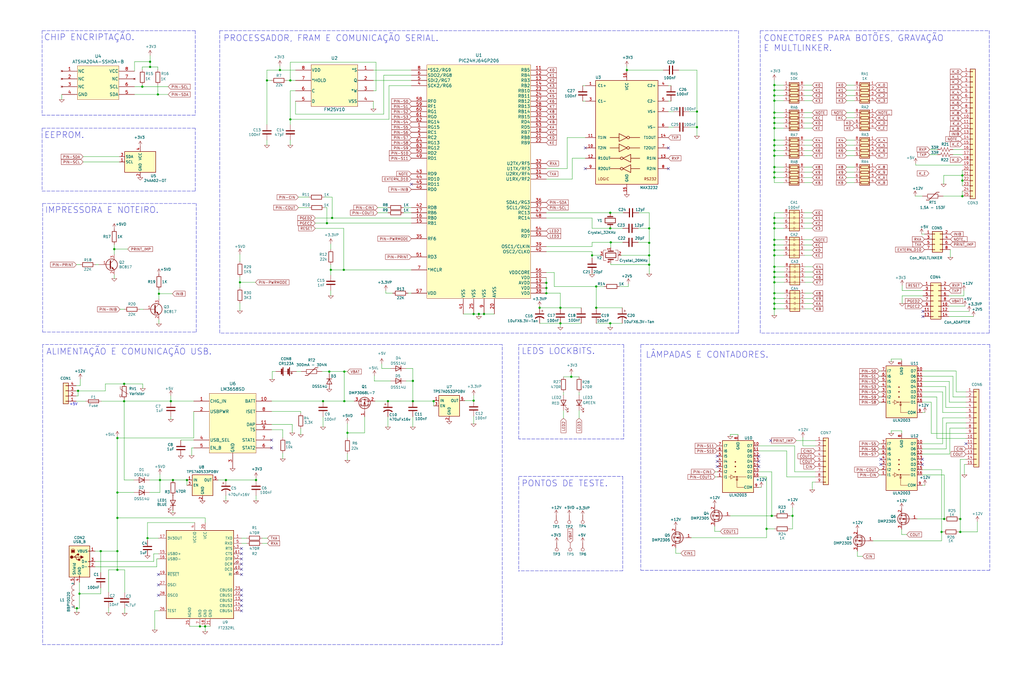
<source format=kicad_sch>
(kicad_sch (version 20230121) (generator eeschema)
  (paper "User" 500.812 330.403)
  (title_block (title "HLI-M 2023 PROJECT. ") (date "2023-04-18") (rev "2") (company "ORION GAMES."))
  (junction (at 37.592 297.688))
  (junction (at 378.714 138.176))
  (junction (at 378.714 62.738))
  (junction (at 236.728 153.67))
  (junction (at 340.868 54.61))
  (junction (at 378.714 124.968))
  (junction (at 306.578 34.29))
  (junction (at 57.404 241.046))
  (junction (at 279.4 184.404))
  (junction (at 378.714 151.13))
  (junction (at 57.404 278.892))
  (junction (at 263.906 150.622))
  (junction (at 289.56 124.968))
  (junction (at 73.406 32.766))
  (junction (at 378.714 68.58))
  (junction (at 189.738 196.342))
  (junction (at 57.404 269.748))
  (junction (at 317.5 129.54))
  (junction (at 234.188 153.67))
  (junction (at 378.714 86.868))
  (junction (at 274.066 150.622))
  (junction (at 378.714 60.198))
  (junction (at 387.604 252.476))
  (junction (at 378.714 81.788))
  (junction (at 73.406 30.226))
  (junction (at 130.556 39.37))
  (junction (at 136.906 34.29))
  (junction (at 60.7314 187.8584))
  (junction (at 378.714 46.736))
  (junction (at 110.49 234.95))
  (junction (at 378.714 148.59))
  (junction (at 298.45 104.14))
  (junction (at 38.862 290.576))
  (junction (at 298.45 158.242))
  (junction (at 231.648 153.67))
  (junction (at 317.5 111.76))
  (junction (at 201.93 186.436))
  (junction (at 461.772 254))
  (junction (at 378.714 44.196))
  (junction (at 57.404 253.492))
  (junction (at 470.662 88.392))
  (junction (at 378.714 143.51))
  (junction (at 168.148 132.08))
  (junction (at 469.646 260.35))
  (junction (at 83.566 196.342))
  (junction (at 157.988 196.342))
  (junction (at 378.714 117.348))
  (junction (at 317.5 124.968))
  (junction (at 38.1762 191.2874))
  (junction (at 377.444 252.476))
  (junction (at 378.714 109.22))
  (junction (at 49.276 269.748))
  (junction (at 69.596 42.418))
  (junction (at 378.714 135.636))
  (junction (at 91.44 234.95))
  (junction (at 378.714 133.096))
  (junction (at 161.798 132.08))
  (junction (at 100.33 306.578))
  (junction (at 378.714 55.118))
  (junction (at 460.502 260.35))
  (junction (at 78.232 234.95))
  (junction (at 378.714 84.328))
  (junction (at 378.714 76.2))
  (junction (at 298.704 118.618))
  (junction (at 267.208 140.97))
  (junction (at 77.216 46.228))
  (junction (at 291.592 140.208))
  (junction (at 267.208 138.43))
  (junction (at 274.066 158.242))
  (junction (at 378.714 119.888))
  (junction (at 378.714 130.556))
  (junction (at 168.402 196.342))
  (junction (at 84.582 234.95))
  (junction (at 378.714 49.276))
  (junction (at 212.09 196.342))
  (junction (at 60.706 196.3674))
  (junction (at 168.402 181.864))
  (junction (at 298.45 111.76))
  (junction (at 378.714 57.658))
  (junction (at 291.592 150.622))
  (junction (at 57.404 214.4014))
  (junction (at 201.93 196.342))
  (junction (at 162.433 106.68))
  (junction (at 72.136 263.398))
  (junction (at 378.714 111.76))
  (junction (at 141.986 39.37))
  (junction (at 378.714 71.12))
  (junction (at 117.348 138.176))
  (junction (at 159.893 109.22))
  (junction (at 231.648 196.088))
  (junction (at 141.986 58.42))
  (junction (at 378.714 41.656))
  (junction (at 169.926 211.836))
  (junction (at 378.714 146.05))
  (junction (at 378.714 106.68))
  (junction (at 77.724 143.764))
  (junction (at 470.662 96.012))
  (junction (at 55.88 121.92))
  (junction (at 470.662 85.852))
  (junction (at 378.714 73.66))
  (junction (at 340.868 62.23))
  (junction (at 374.904 258.826))
  (junction (at 469.646 254))
  (junction (at 267.208 143.51))
  (junction (at 317.5 118.872))
  (junction (at 97.79 306.578))
  (junction (at 378.714 122.428))
  (junction (at 125.222 234.95))
  (junction (at 161.036 181.864))
  (no_connect (at 371.094 223.266))
  (no_connect (at 430.784 224.79))
  (no_connect (at 118.11 273.558))
  (no_connect (at 77.47 291.338))
  (no_connect (at 77.47 286.258))
  (no_connect (at 132.842 215.392))
  (no_connect (at 201.168 90.17))
  (no_connect (at 286.258 72.39))
  (no_connect (at 118.11 291.338))
  (no_connect (at 326.898 82.55))
  (no_connect (at 350.774 225.806))
  (no_connect (at 376.936 215.646))
  (no_connect (at 430.784 227.33))
  (no_connect (at 326.898 72.39))
  (no_connect (at 132.842 219.202))
  (no_connect (at 118.11 271.018))
  (no_connect (at 371.094 225.806))
  (no_connect (at 350.774 228.346))
  (no_connect (at 472.44 217.17))
  (no_connect (at 77.47 281.178))
  (no_connect (at 118.11 293.878))
  (no_connect (at 118.11 298.958))
  (no_connect (at 118.11 296.418))
  (no_connect (at 451.358 152.4))
  (no_connect (at 451.358 154.94))
  (no_connect (at 118.11 288.798))
  (no_connect (at 371.094 228.346))
  (no_connect (at 350.774 223.266))
  (no_connect (at 118.11 268.478))
  (no_connect (at 118.11 281.178))
  (no_connect (at 118.11 278.638))
  (no_connect (at 118.11 276.098))
  (no_connect (at 451.104 224.79))
  (no_connect (at 286.258 82.55))
  (no_connect (at 451.104 227.33))
  (wire (pts (xy 378.714 135.636) (xy 378.714 138.176)))
  (wire (pts (xy 435.864 210.82) (xy 440.944 210.82)))
  (wire (pts (xy 147.1168 202.184) (xy 147.1168 201.422)))
  (wire (pts (xy 393.7 133.096) (xy 397.51 133.096)))
  (wire (pts (xy 161.798 134.62) (xy 161.798 132.08)))
  (wire (pts (xy 378.714 138.176) (xy 378.714 143.51)))
  (wire (pts (xy 378.714 76.2) (xy 383.286 76.2)))
  (wire (pts (xy 378.714 62.738) (xy 383.286 62.738)))
  (wire (pts (xy 289.56 124.968) (xy 293.624 124.968)))
  (wire (pts (xy 263.906 150.622) (xy 274.066 150.622)))
  (wire (pts (xy 201.93 186.436) (xy 201.93 196.342)))
  (wire (pts (xy 69.596 32.766) (xy 69.596 34.036)))
  (wire (pts (xy 461.772 232.41) (xy 461.772 254)))
  (wire (pts (xy 388.62 230.886) (xy 398.78 230.886)))
  (polyline (pts (xy 20.574 93.472) (xy 95.504 93.472)) (stroke (width 0) (type dash)))
  (wire (pts (xy 461.264 96.012) (xy 470.662 96.012)))
  (wire (pts (xy 154.178 111.76) (xy 168.148 111.76)))
  (wire (pts (xy 168.148 111.76) (xy 168.148 132.08)))
  (wire (pts (xy 83.566 196.342) (xy 94.742 196.342)))
  (wire (pts (xy 378.714 57.658) (xy 383.286 57.658)))
  (polyline (pts (xy 253.746 233.172) (xy 304.546 233.172)) (stroke (width 0) (type dash)))
  (polyline (pts (xy 107.442 14.986) (xy 361.188 14.986)) (stroke (width 0) (type dash)))
  (wire (pts (xy 263.906 158.242) (xy 274.066 158.242)))
  (wire (pts (xy 69.596 32.766) (xy 73.406 32.766)))
  (wire (pts (xy 467.614 191.77) (xy 472.44 191.77)))
  (wire (pts (xy 161.798 144.78) (xy 161.798 142.24)))
  (wire (pts (xy 94.742 201.422) (xy 94.742 214.4014)))
  (wire (pts (xy 274.066 143.51) (xy 274.066 150.622)))
  (wire (pts (xy 326.898 62.23) (xy 329.438 62.23)))
  (wire (pts (xy 57.404 253.492) (xy 100.33 253.492)))
  (wire (pts (xy 417.83 76.2) (xy 414.02 76.2)))
  (wire (pts (xy 378.714 106.68) (xy 378.714 109.22)))
  (wire (pts (xy 141.986 44.45) (xy 144.526 44.45)))
  (wire (pts (xy 398.78 215.646) (xy 389.382 215.646)))
  (wire (pts (xy 331.978 34.29) (xy 340.868 34.29)))
  (wire (pts (xy 60.7314 196.3674) (xy 60.706 196.3674)))
  (wire (pts (xy 303.784 124.968) (xy 317.5 124.968)))
  (wire (pts (xy 430.784 184.15) (xy 430.022 184.15)))
  (wire (pts (xy 393.446 76.2) (xy 397.256 76.2)))
  (wire (pts (xy 183.896 30.48) (xy 141.986 30.48)))
  (wire (pts (xy 378.714 84.328) (xy 383.286 84.328)))
  (wire (pts (xy 393.446 46.736) (xy 397.256 46.736)))
  (wire (pts (xy 472.44 204.47) (xy 461.01 204.47)))
  (polyline (pts (xy 313.436 168.656) (xy 313.436 279.146)) (stroke (width 0) (type dash)))
  (wire (pts (xy 447.802 80.01) (xy 447.802 80.772)))
  (wire (pts (xy 53.086 297.434) (xy 53.086 299.974)))
  (wire (pts (xy 430.784 229.87) (xy 430.022 229.87)))
  (wire (pts (xy 158.5976 96.52) (xy 162.433 96.52)))
  (wire (pts (xy 378.714 81.788) (xy 383.286 81.788)))
  (polyline (pts (xy 20.828 168.656) (xy 20.828 176.022)) (stroke (width 0) (type dash)))
  (wire (pts (xy 374.904 233.426) (xy 374.904 258.826)))
  (wire (pts (xy 117.348 138.176) (xy 117.348 135.636)))
  (wire (pts (xy 136.906 34.29) (xy 136.906 32.258)))
  (wire (pts (xy 117.348 124.46) (xy 117.348 128.016)))
  (wire (pts (xy 378.714 122.428) (xy 383.286 122.428)))
  (wire (pts (xy 441.198 142.24) (xy 441.198 139.7)))
  (wire (pts (xy 430.784 232.41) (xy 430.022 232.41)))
  (wire (pts (xy 337.058 54.61) (xy 340.868 54.61)))
  (wire (pts (xy 378.714 39.116) (xy 378.714 41.656)))
  (wire (pts (xy 275.59 193.294) (xy 275.59 192.024)))
  (wire (pts (xy 60.706 196.3674) (xy 60.706 234.95)))
  (wire (pts (xy 186.69 180.34) (xy 186.69 178.054)))
  (wire (pts (xy 306.578 34.29) (xy 324.358 34.29)))
  (wire (pts (xy 452.374 201.93) (xy 451.104 201.93)))
  (wire (pts (xy 75.692 298.958) (xy 75.692 308.356)))
  (wire (pts (xy 36.322 297.688) (xy 37.592 297.688)))
  (wire (pts (xy 417.83 41.656) (xy 414.02 41.656)))
  (wire (pts (xy 340.868 62.23) (xy 340.868 54.61)))
  (wire (pts (xy 53.086 289.814) (xy 53.086 278.892)))
  (wire (pts (xy 317.5 111.76) (xy 317.5 118.872)))
  (wire (pts (xy 451.104 217.17) (xy 461.01 217.17)))
  (wire (pts (xy 378.714 86.868) (xy 383.286 86.868)))
  (wire (pts (xy 144.526 55.88) (xy 144.526 49.53)))
  (wire (pts (xy 141.986 58.42) (xy 141.986 44.45)))
  (wire (pts (xy 298.704 129.54) (xy 317.5 129.54)))
  (wire (pts (xy 298.45 160.274) (xy 298.45 158.242)))
  (wire (pts (xy 46.482 269.748) (xy 49.276 269.748)))
  (wire (pts (xy 397.256 57.658) (xy 393.446 57.658)))
  (wire (pts (xy 378.714 151.13) (xy 383.54 151.13)))
  (wire (pts (xy 70.104 151.384) (xy 68.326 151.384)))
  (wire (pts (xy 267.208 120.65) (xy 289.56 120.65)))
  (wire (pts (xy 189.738 209.042) (xy 189.738 203.962)))
  (polyline (pts (xy 95.504 62.738) (xy 20.574 62.738)) (stroke (width 0) (type dash)))
  (wire (pts (xy 49.5554 196.3674) (xy 60.706 196.3674)))
  (wire (pts (xy 69.85 187.8584) (xy 69.85 190.1952)))
  (wire (pts (xy 467.614 181.61) (xy 451.104 181.61)))
  (wire (pts (xy 130.556 39.37) (xy 130.556 60.96)))
  (wire (pts (xy 55.88 124.46) (xy 55.88 121.92)))
  (polyline (pts (xy 361.188 14.986) (xy 361.188 163.068)) (stroke (width 0) (type dash)))
  (wire (pts (xy 317.5 124.968) (xy 317.5 129.54)))
  (wire (pts (xy 419.354 272.288) (xy 419.354 269.748)))
  (wire (pts (xy 60.706 151.384) (xy 58.674 151.384)))
  (wire (pts (xy 393.446 73.66) (xy 397.256 73.66)))
  (wire (pts (xy 378.714 124.968) (xy 383.286 124.968)))
  (wire (pts (xy 78.232 234.95) (xy 78.232 241.046)))
  (wire (pts (xy 141.986 60.96) (xy 141.986 58.42)))
  (wire (pts (xy 378.714 68.58) (xy 383.286 68.58)))
  (wire (pts (xy 378.714 62.738) (xy 378.714 68.58)))
  (wire (pts (xy 378.714 133.096) (xy 383.54 133.096)))
  (wire (pts (xy 231.648 193.548) (xy 231.648 196.088)))
  (wire (pts (xy 378.714 143.51) (xy 383.54 143.51)))
  (wire (pts (xy 298.45 111.76) (xy 304.546 111.76)))
  (wire (pts (xy 386.334 258.826) (xy 387.604 258.826)))
  (wire (pts (xy 312.42 104.14) (xy 317.5 104.14)))
  (wire (pts (xy 414.02 57.658) (xy 417.83 57.658)))
  (polyline (pts (xy 20.574 66.04) (xy 20.574 93.472)) (stroke (width 0) (type dash)))
  (wire (pts (xy 378.714 44.196) (xy 378.714 46.736)))
  (wire (pts (xy 142.9512 211.8868) (xy 142.9512 207.8228)))
  (wire (pts (xy 417.83 46.736) (xy 414.02 46.736)))
  (wire (pts (xy 88.4428 215.4936) (xy 88.4936 215.4936)))
  (wire (pts (xy 430.784 181.61) (xy 430.022 181.61)))
  (wire (pts (xy 470.662 88.392) (xy 470.662 90.932)))
  (wire (pts (xy 147.1168 209.804) (xy 147.1168 212.7504)))
  (wire (pts (xy 464.058 144.78) (xy 471.424 144.78)))
  (wire (pts (xy 464.82 125.984) (xy 464.82 122.174)))
  (wire (pts (xy 378.714 117.348) (xy 383.286 117.348)))
  (wire (pts (xy 298.45 158.242) (xy 304.292 158.242)))
  (wire (pts (xy 378.714 151.13) (xy 378.714 154.432)))
  (wire (pts (xy 267.208 133.35) (xy 271.018 133.35)))
  (wire (pts (xy 73.406 32.766) (xy 77.216 32.766)))
  (wire (pts (xy 378.714 106.68) (xy 383.286 106.68)))
  (wire (pts (xy 267.208 123.19) (xy 289.56 123.19)))
  (wire (pts (xy 37.592 297.688) (xy 37.592 299.72)))
  (wire (pts (xy 464.312 186.69) (xy 451.104 186.69)))
  (polyline (pts (xy 245.618 168.656) (xy 20.828 168.656)) (stroke (width 0) (type dash)))
  (wire (pts (xy 100.33 306.578) (xy 102.87 306.578)))
  (polyline (pts (xy 95.504 93.472) (xy 95.504 62.738)) (stroke (width 0) (type dash)))
  (wire (pts (xy 145.034 181.864) (xy 147.32 181.864)))
  (wire (pts (xy 48.26 129.54) (xy 46.736 129.54)))
  (wire (pts (xy 392.684 214.122) (xy 392.684 218.186)))
  (wire (pts (xy 231.648 153.67) (xy 234.188 153.67)))
  (polyline (pts (xy 20.828 315.468) (xy 245.618 315.468)) (stroke (width 0) (type dash)))
  (wire (pts (xy 117.348 140.716) (xy 117.348 138.176)))
  (wire (pts (xy 77.216 32.766) (xy 77.216 34.036)))
  (wire (pts (xy 464.058 149.86) (xy 471.9574 149.86)))
  (wire (pts (xy 357.124 213.614) (xy 357.124 212.598)))
  (wire (pts (xy 393.446 44.196) (xy 397.256 44.196)))
  (wire (pts (xy 317.5 104.14) (xy 317.5 111.76)))
  (wire (pts (xy 72.136 263.398) (xy 72.136 264.414)))
  (wire (pts (xy 141.986 71.12) (xy 141.986 68.58)))
  (wire (pts (xy 303.022 140.208) (xy 307.34 140.208)))
  (wire (pts (xy 279.908 77.47) (xy 286.258 77.47)))
  (wire (pts (xy 430.784 189.23) (xy 430.022 189.23)))
  (wire (pts (xy 417.83 86.868) (xy 414.02 86.868)))
  (wire (pts (xy 317.5 118.872) (xy 317.5 124.968)))
  (wire (pts (xy 132.588 39.37) (xy 130.556 39.37)))
  (wire (pts (xy 65.786 46.228) (xy 77.216 46.228)))
  (wire (pts (xy 283.21 204.724) (xy 283.21 200.914)))
  (wire (pts (xy 84.582 242.316) (xy 84.582 242.57)))
  (wire (pts (xy 378.714 44.196) (xy 383.286 44.196)))
  (wire (pts (xy 393.7 146.05) (xy 397.51 146.05)))
  (wire (pts (xy 435.864 212.09) (xy 435.864 210.82)))
  (wire (pts (xy 38.862 290.576) (xy 38.862 297.688)))
  (wire (pts (xy 267.208 87.63) (xy 279.908 87.63)))
  (wire (pts (xy 77.724 146.304) (xy 77.724 143.764)))
  (wire (pts (xy 169.926 211.836) (xy 178.308 211.836)))
  (wire (pts (xy 183.0832 186.436) (xy 191.008 186.436)))
  (wire (pts (xy 393.446 84.328) (xy 397.256 84.328)))
  (wire (pts (xy 37.592 297.688) (xy 38.862 297.688)))
  (wire (pts (xy 392.684 218.186) (xy 398.78 218.186)))
  (wire (pts (xy 397.256 60.198) (xy 393.446 60.198)))
  (wire (pts (xy 267.208 143.51) (xy 274.066 143.51)))
  (wire (pts (xy 466.09 184.15) (xy 466.09 194.31)))
  (wire (pts (xy 357.124 212.598) (xy 360.934 212.598)))
  (wire (pts (xy 378.714 60.198) (xy 383.286 60.198)))
  (polyline (pts (xy 107.442 14.986) (xy 107.442 163.068)) (stroke (width 0) (type dash)))
  (wire (pts (xy 378.714 119.888) (xy 378.714 122.428)))
  (wire (pts (xy 184.658 104.14) (xy 189.738 104.14)))
  (wire (pts (xy 57.404 214.4014) (xy 57.404 241.046)))
  (wire (pts (xy 312.166 118.618) (xy 317.754 118.618)))
  (wire (pts (xy 136.906 34.29) (xy 130.556 34.29)))
  (wire (pts (xy 201.168 39.37) (xy 182.626 39.37)))
  (wire (pts (xy 182.626 53.34) (xy 182.626 49.53)))
  (wire (pts (xy 60.96 297.688) (xy 60.96 300.228)))
  (wire (pts (xy 234.188 153.67) (xy 236.728 153.67)))
  (wire (pts (xy 142.9512 207.8228) (xy 142.8496 207.8228)))
  (wire (pts (xy 460.502 260.35) (xy 461.264 260.35)))
  (wire (pts (xy 289.56 134.366) (xy 289.56 133.858)))
  (wire (pts (xy 464.312 196.85) (xy 472.44 196.85)))
  (wire (pts (xy 88.4936 215.392) (xy 94.742 215.392)))
  (wire (pts (xy 289.56 111.76) (xy 298.45 111.76)))
  (polyline (pts (xy 484.124 279.146) (xy 313.436 279.146)) (stroke (width 0) (type dash)))
  (polyline (pts (xy 20.574 56.388) (xy 95.504 56.388)) (stroke (width 0) (type dash)))
  (wire (pts (xy 398.78 235.966) (xy 397.256 235.966)))
  (wire (pts (xy 440.944 175.768) (xy 440.944 176.53)))
  (wire (pts (xy 306.578 32.512) (xy 306.578 34.29)))
  (wire (pts (xy 65.786 42.418) (xy 69.596 42.418)))
  (wire (pts (xy 371.094 218.186) (xy 388.62 218.186)))
  (wire (pts (xy 183.0832 186.436) (xy 183.0832 186.3852)))
  (wire (pts (xy 284.988 252.222) (xy 284.988 252.476)))
  (wire (pts (xy 77.216 41.656) (xy 77.216 46.228)))
  (wire (pts (xy 397.256 122.428) (xy 393.446 122.428)))
  (wire (pts (xy 467.614 181.61) (xy 467.614 191.77)))
  (wire (pts (xy 326.898 41.91) (xy 328.168 41.91)))
  (wire (pts (xy 378.714 60.198) (xy 378.714 62.738)))
  (polyline (pts (xy 95.504 14.986) (xy 20.574 14.986)) (stroke (width 0) (type dash)))
  (wire (pts (xy 454.66 73.152) (xy 458.47 73.152)))
  (wire (pts (xy 57.404 278.892) (xy 60.96 278.892)))
  (wire (pts (xy 136.906 34.29) (xy 144.526 34.29)))
  (wire (pts (xy 378.714 119.888) (xy 383.286 119.888)))
  (wire (pts (xy 378.714 81.788) (xy 378.714 84.328)))
  (wire (pts (xy 157.48 181.864) (xy 161.036 181.864)))
  (wire (pts (xy 417.83 84.328) (xy 414.02 84.328)))
  (wire (pts (xy 201.93 180.34) (xy 201.93 186.436)))
  (wire (pts (xy 267.208 140.97) (xy 267.208 143.51)))
  (polyline (pts (xy 371.856 14.986) (xy 483.87 14.986)) (stroke (width 0) (type dash)))
  (wire (pts (xy 430.784 217.17) (xy 430.022 217.17)))
  (wire (pts (xy 393.446 49.276) (xy 397.256 49.276)))
  (polyline (pts (xy 253.746 233.426) (xy 253.746 279.654)) (stroke (width 0) (type dash)))
  (wire (pts (xy 378.714 252.476) (xy 377.444 252.476)))
  (polyline (pts (xy 20.828 99.568) (xy 96.012 99.568)) (stroke (width 0) (type dash)))
  (wire (pts (xy 72.136 255.778) (xy 72.136 263.398)))
  (wire (pts (xy 397.256 124.968) (xy 393.446 124.968)))
  (wire (pts (xy 472.44 212.09) (xy 455.422 212.09)))
  (wire (pts (xy 100.33 253.492) (xy 100.33 255.778)))
  (wire (pts (xy 84.582 234.95) (xy 91.44 234.95)))
  (wire (pts (xy 384.81 233.426) (xy 398.78 233.426)))
  (wire (pts (xy 440.944 210.82) (xy 440.944 212.09)))
  (wire (pts (xy 393.7 130.556) (xy 397.51 130.556)))
  (wire (pts (xy 168.402 196.342) (xy 173.228 196.342)))
  (wire (pts (xy 326.898 49.53) (xy 328.168 49.53)))
  (wire (pts (xy 190.246 58.42) (xy 190.246 41.91)))
  (wire (pts (xy 183.134 186.3852) (xy 183.134 183.896)))
  (wire (pts (xy 30.226 48.768) (xy 30.226 46.228)))
  (wire (pts (xy 451.104 219.71) (xy 462.788 219.71)))
  (wire (pts (xy 397.256 119.888) (xy 393.446 119.888)))
  (wire (pts (xy 128.27 265.938) (xy 130.81 265.938)))
  (wire (pts (xy 83.566 203.962) (xy 83.566 205.232)))
  (wire (pts (xy 289.56 106.68) (xy 289.56 111.76)))
  (wire (pts (xy 461.01 204.47) (xy 461.01 217.17)))
  (wire (pts (xy 378.714 146.05) (xy 383.54 146.05)))
  (wire (pts (xy 451.104 232.41) (xy 461.772 232.41)))
  (wire (pts (xy 378.714 117.348) (xy 378.714 119.888)))
  (wire (pts (xy 378.714 71.12) (xy 383.286 71.12)))
  (wire (pts (xy 378.714 109.22) (xy 378.714 111.76)))
  (wire (pts (xy 464.566 222.25) (xy 451.104 222.25)))
  (wire (pts (xy 158.75 101.6) (xy 159.893 101.6)))
  (wire (pts (xy 184.658 101.6) (xy 189.738 101.6)))
  (wire (pts (xy 154.178 109.22) (xy 159.893 109.22)))
  (wire (pts (xy 386.334 252.476) (xy 387.604 252.476)))
  (wire (pts (xy 378.714 55.118) (xy 383.286 55.118)))
  (wire (pts (xy 236.728 153.67) (xy 241.808 153.67)))
  (polyline (pts (xy 245.618 315.468) (xy 245.618 168.656)) (stroke (width 0) (type dash)))
  (polyline (pts (xy 484.124 168.656) (xy 484.124 279.146)) (stroke (width 0) (type dash)))
  (wire (pts (xy 37.2364 196.3674) (xy 41.9354 196.3674)))
  (wire (pts (xy 37.2364 188.7474) (xy 39.2938 188.7474)))
  (wire (pts (xy 65.786 30.226) (xy 73.406 30.226)))
  (wire (pts (xy 393.446 41.656) (xy 397.256 41.656)))
  (wire (pts (xy 39.2938 185.5216) (xy 39.2938 188.7474)))
  (wire (pts (xy 378.714 148.59) (xy 383.54 148.59)))
  (wire (pts (xy 198.628 186.436) (xy 201.93 186.436)))
  (wire (pts (xy 138.3284 210.312) (xy 132.842 210.312)))
  (wire (pts (xy 397.256 62.738) (xy 393.446 62.738)))
  (wire (pts (xy 441.198 148.59) (xy 441.198 144.78)))
  (wire (pts (xy 93.726 219.202) (xy 93.726 223.012)))
  (wire (pts (xy 378.714 73.66) (xy 383.286 73.66)))
  (wire (pts (xy 393.446 111.76) (xy 397.256 111.76)))
  (wire (pts (xy 397.256 55.118) (xy 393.446 55.118)))
  (wire (pts (xy 78.232 234.95) (xy 84.582 234.95)))
  (wire (pts (xy 378.714 146.05) (xy 378.714 148.59)))
  (wire (pts (xy 188.722 143.51) (xy 188.722 142.24)))
  (polyline (pts (xy 305.054 168.656) (xy 305.054 214.884)) (stroke (width 0) (type dash)))
  (wire (pts (xy 378.714 55.118) (xy 378.714 57.658)))
  (wire (pts (xy 352.298 260.096) (xy 349.504 260.096)))
  (wire (pts (xy 455.422 212.09) (xy 455.422 196.85)))
  (wire (pts (xy 469.646 254) (xy 469.646 260.35)))
  (wire (pts (xy 378.714 148.59) (xy 378.714 151.13)))
  (wire (pts (xy 77.47 271.018) (xy 75.184 271.018)))
  (polyline (pts (xy 304.546 233.172) (xy 304.546 279.4)) (stroke (width 0) (type dash)))
  (wire (pts (xy 378.714 138.176) (xy 383.54 138.176)))
  (wire (pts (xy 441.198 144.78) (xy 451.358 144.78)))
  (wire (pts (xy 57.404 278.892) (xy 57.404 269.748)))
  (wire (pts (xy 312.166 111.76) (xy 317.5 111.76)))
  (wire (pts (xy 159.893 109.22) (xy 201.168 109.22)))
  (wire (pts (xy 393.446 89.408) (xy 397.256 89.408)))
  (wire (pts (xy 447.548 96.012) (xy 451.104 96.012)))
  (wire (pts (xy 73.406 30.226) (xy 73.406 32.766)))
  (wire (pts (xy 275.59 204.724) (xy 275.59 200.914)))
  (wire (pts (xy 168.402 181.864) (xy 169.926 181.864)))
  (wire (pts (xy 267.208 138.43) (xy 267.208 140.97)))
  (wire (pts (xy 384.81 220.726) (xy 384.81 233.426)))
  (wire (pts (xy 378.714 57.658) (xy 378.714 60.198)))
  (wire (pts (xy 277.368 67.31) (xy 277.368 82.55)))
  (wire (pts (xy 451.104 189.23) (xy 462.534 189.23)))
  (wire (pts (xy 60.7314 195.4784) (xy 60.7314 196.3674)))
  (wire (pts (xy 95.25 255.778) (xy 72.136 255.778)))
  (wire (pts (xy 393.7 138.176) (xy 397.51 138.176)))
  (wire (pts (xy 286.258 49.53) (xy 284.988 49.53)))
  (wire (pts (xy 118.11 263.398) (xy 120.65 263.398)))
  (wire (pts (xy 461.01 191.77) (xy 461.01 201.93)))
  (wire (pts (xy 291.592 140.208) (xy 291.592 150.622)))
  (wire (pts (xy 417.83 81.788) (xy 414.02 81.788)))
  (wire (pts (xy 298.704 118.618) (xy 304.546 118.618)))
  (wire (pts (xy 451.104 194.31) (xy 458.216 194.31)))
  (wire (pts (xy 350.774 233.426) (xy 349.758 233.426)))
  (wire (pts (xy 40.64 79.248) (xy 58.42 79.248)))
  (wire (pts (xy 94.742 219.202) (xy 93.726 219.202)))
  (wire (pts (xy 378.714 86.868) (xy 378.714 89.408)))
  (polyline (pts (xy 20.574 62.738) (xy 20.574 66.04)) (stroke (width 0) (type dash)))
  (wire (pts (xy 212.09 196.342) (xy 212.09 198.628)))
  (wire (pts (xy 435.864 177.038) (xy 435.864 175.768)))
  (wire (pts (xy 417.83 55.118) (xy 414.02 55.118)))
  (wire (pts (xy 51.562 187.8584) (xy 51.562 191.2874)))
  (wire (pts (xy 38.862 284.988) (xy 38.862 290.576)))
  (wire (pts (xy 128.27 263.398) (xy 130.81 263.398)))
  (wire (pts (xy 304.292 150.622) (xy 291.592 150.622)))
  (wire (pts (xy 461.772 254) (xy 448.564 254)))
  (wire (pts (xy 378.714 104.14) (xy 378.714 106.68)))
  (wire (pts (xy 141.986 30.48) (xy 141.986 39.37)))
  (wire (pts (xy 452.374 237.49) (xy 451.104 237.49)))
  (wire (pts (xy 130.556 34.29) (xy 130.556 39.37)))
  (wire (pts (xy 378.714 135.636) (xy 383.54 135.636)))
  (wire (pts (xy 38.1762 191.2874) (xy 38.1762 193.8274)))
  (wire (pts (xy 274.066 158.242) (xy 274.066 160.274)))
  (wire (pts (xy 189.738 196.342) (xy 201.93 196.342)))
  (wire (pts (xy 132.842 196.342) (xy 157.988 196.342)))
  (wire (pts (xy 289.56 126.238) (xy 289.56 124.968)))
  (wire (pts (xy 60.706 196.342) (xy 60.706 196.3674)))
  (wire (pts (xy 77.216 46.228) (xy 82.296 46.228)))
  (wire (pts (xy 138.3284 214.1728) (xy 138.3284 210.312)))
  (wire (pts (xy 458.216 214.63) (xy 472.44 214.63)))
  (polyline (pts (xy 371.856 14.986) (xy 371.856 163.068)) (stroke (width 0) (type dash)))
  (wire (pts (xy 298.704 128.778) (xy 298.704 129.54)))
  (wire (pts (xy 349.504 260.096) (xy 349.504 257.556)))
  (wire (pts (xy 197.358 101.6) (xy 201.168 101.6)))
  (wire (pts (xy 466.09 194.31) (xy 472.44 194.31)))
  (wire (pts (xy 435.864 175.768) (xy 440.944 175.768)))
  (wire (pts (xy 60.706 234.95) (xy 65.4812 234.95)))
  (wire (pts (xy 118.11 265.938) (xy 120.65 265.938)))
  (wire (pts (xy 430.784 194.31) (xy 430.022 194.31)))
  (wire (pts (xy 169.926 211.836) (xy 169.926 214.376)))
  (wire (pts (xy 117.348 138.176) (xy 124.968 138.176)))
  (wire (pts (xy 397.256 117.348) (xy 393.446 117.348)))
  (wire (pts (xy 378.714 49.276) (xy 378.714 55.118)))
  (wire (pts (xy 271.018 140.208) (xy 271.018 133.35)))
  (wire (pts (xy 430.784 222.25) (xy 430.022 222.25)))
  (wire (pts (xy 65.786 34.798) (xy 65.786 30.226)))
  (wire (pts (xy 51.562 187.8584) (xy 60.7314 187.8584)))
  (wire (pts (xy 83.566 193.675) (xy 83.566 196.342)))
  (wire (pts (xy 161.798 132.08) (xy 161.798 129.54)))
  (wire (pts (xy 393.446 71.12) (xy 397.256 71.12)))
  (wire (pts (xy 73.1012 234.95) (xy 78.232 234.95)))
  (wire (pts (xy 471.424 142.24) (xy 471.424 144.78)))
  (wire (pts (xy 462.788 207.01) (xy 472.44 207.01)))
  (wire (pts (xy 157.988 196.342) (xy 168.402 196.342)))
  (wire (pts (xy 88.4936 215.4936) (xy 88.4936 215.392)))
  (wire (pts (xy 142.8496 207.8228) (xy 142.8496 207.772)))
  (polyline (pts (xy 20.828 99.568) (xy 20.828 162.56)) (stroke (width 0) (type dash)))
  (wire (pts (xy 187.706 36.83) (xy 187.706 55.88)))
  (wire (pts (xy 472.44 209.55) (xy 464.566 209.55)))
  (wire (pts (xy 161.036 181.864) (xy 168.402 181.864)))
  (polyline (pts (xy 95.504 14.986) (xy 95.504 56.388)) (stroke (width 0) (type dash)))
  (wire (pts (xy 159.893 101.6) (xy 159.893 109.22)))
  (wire (pts (xy 298.704 118.618) (xy 289.56 118.618)))
  (wire (pts (xy 55.88 121.92) (xy 62.484 121.92)))
  (wire (pts (xy 49.276 269.748) (xy 57.404 269.748)))
  (wire (pts (xy 183.896 44.45) (xy 183.896 30.48)))
  (wire (pts (xy 461.518 85.852) (xy 461.518 90.17)))
  (wire (pts (xy 458.216 194.31) (xy 458.216 214.63)))
  (wire (pts (xy 441.198 142.24) (xy 451.358 142.24)))
  (wire (pts (xy 451.104 229.87) (xy 460.502 229.87)))
  (wire (pts (xy 274.066 158.242) (xy 284.226 158.242)))
  (wire (pts (xy 469.646 224.79) (xy 469.646 254)))
  (wire (pts (xy 77.47 298.958) (xy 75.692 298.958)))
  (wire (pts (xy 145.923 101.6) (xy 151.13 101.6)))
  (wire (pts (xy 57.404 253.492) (xy 57.404 269.748)))
  (wire (pts (xy 454.66 75.692) (xy 458.47 75.692)))
  (wire (pts (xy 142.8496 207.772) (xy 132.842 207.772)))
  (wire (pts (xy 231.648 203.708) (xy 231.648 207.518)))
  (wire (pts (xy 393.7 135.636) (xy 397.51 135.636)))
  (wire (pts (xy 460.502 264.668) (xy 460.502 260.35)))
  (wire (pts (xy 387.604 252.476) (xy 387.604 258.826)))
  (wire (pts (xy 138.3284 221.7928) (xy 138.3284 224.5868)))
  (wire (pts (xy 462.534 199.39) (xy 472.44 199.39)))
  (wire (pts (xy 271.018 140.208) (xy 291.592 140.208)))
  (wire (pts (xy 298.45 104.14) (xy 304.8 104.14)))
  (wire (pts (xy 283.21 193.294) (xy 283.21 192.024)))
  (wire (pts (xy 183.0832 186.3852) (xy 183.134 186.3852)))
  (wire (pts (xy 378.714 46.736) (xy 378.714 49.276)))
  (wire (pts (xy 451.104 184.15) (xy 466.09 184.15)))
  (wire (pts (xy 130.556 71.12) (xy 130.556 68.58)))
  (wire (pts (xy 372.364 238.506) (xy 371.094 238.506)))
  (wire (pts (xy 57.404 278.892) (xy 53.086 278.892)))
  (wire (pts (xy 77.724 141.732) (xy 77.724 143.764)))
  (wire (pts (xy 374.904 258.826) (xy 378.714 258.826)))
  (wire (pts (xy 462.534 189.23) (xy 462.534 199.39)))
  (wire (pts (xy 289.56 118.618) (xy 289.56 120.65)))
  (wire (pts (xy 226.568 153.67) (xy 231.648 153.67)))
  (polyline (pts (xy 20.828 175.768) (xy 20.828 315.468)) (stroke (width 0) (type dash)))
  (wire (pts (xy 286.258 41.91) (xy 284.988 41.91)))
  (wire (pts (xy 417.83 89.408) (xy 414.02 89.408)))
  (polyline (pts (xy 313.436 168.656) (xy 484.124 168.656)) (stroke (width 0) (type dash)))
  (wire (pts (xy 470.662 85.852) (xy 470.662 88.392)))
  (wire (pts (xy 49.276 287.782) (xy 49.276 290.576)))
  (wire (pts (xy 186.69 180.34) (xy 191.008 180.34)))
  (wire (pts (xy 317.754 118.618) (xy 317.5 118.872)))
  (wire (pts (xy 49.276 269.748) (xy 49.276 280.162)))
  (wire (pts (xy 291.592 158.242) (xy 298.45 158.242)))
  (wire (pts (xy 55.88 136.398) (xy 55.88 134.62)))
  (wire (pts (xy 460.502 229.87) (xy 460.502 260.35)))
  (wire (pts (xy 378.714 41.656) (xy 378.714 44.196)))
  (wire (pts (xy 187.706 55.88) (xy 144.526 55.88)))
  (wire (pts (xy 378.714 111.76) (xy 378.714 117.348)))
  (wire (pts (xy 57.404 241.046) (xy 65.532 241.046)))
  (wire (pts (xy 371.094 230.886) (xy 377.444 230.886)))
  (wire (pts (xy 464.566 209.55) (xy 464.566 222.25)))
  (wire (pts (xy 201.168 36.83) (xy 187.706 36.83)))
  (wire (pts (xy 383.286 89.408) (xy 378.714 89.408)))
  (wire (pts (xy 378.714 122.428) (xy 378.714 124.968)))
  (wire (pts (xy 154.178 106.68) (xy 162.433 106.68)))
  (wire (pts (xy 231.648 196.088) (xy 227.33 196.088)))
  (wire (pts (xy 169.926 221.996) (xy 169.926 225.298)))
  (wire (pts (xy 277.368 67.31) (xy 286.258 67.31)))
  (wire (pts (xy 60.706 196.342) (xy 83.566 196.342)))
  (wire (pts (xy 162.433 106.68) (xy 201.168 106.68)))
  (wire (pts (xy 330.454 270.764) (xy 330.454 268.224)))
  (wire (pts (xy 338.074 263.144) (xy 374.904 263.144)))
  (wire (pts (xy 478.028 260.35) (xy 478.028 255.27)))
  (wire (pts (xy 84.582 249.936) (xy 84.582 250.952)))
  (polyline (pts (xy 483.87 14.986) (xy 483.87 163.068)) (stroke (width 0) (type dash)))
  (wire (pts (xy 430.784 191.77) (xy 430.022 191.77)))
  (wire (pts (xy 38.862 290.576) (xy 49.276 290.576)))
  (wire (pts (xy 377.444 230.886) (xy 377.444 252.476)))
  (wire (pts (xy 317.5 129.54) (xy 317.5 134.112)))
  (wire (pts (xy 393.446 104.14) (xy 397.256 104.14)))
  (wire (pts (xy 295.402 140.208) (xy 291.592 140.208)))
  (wire (pts (xy 350.774 230.886) (xy 349.758 230.886)))
  (wire (pts (xy 38.1762 191.2874) (xy 51.562 191.2874)))
  (wire (pts (xy 430.784 219.71) (xy 430.022 219.71)))
  (wire (pts (xy 57.404 213.6394) (xy 57.404 214.4014)))
  (polyline (pts (xy 20.574 14.986) (xy 20.574 56.388)) (stroke (width 0) (type dash)))
  (wire (pts (xy 469.646 260.35) (xy 478.028 260.35)))
  (polyline (pts (xy 253.746 168.656) (xy 305.054 168.656)) (stroke (width 0) (type dash)))
  (wire (pts (xy 440.944 261.62) (xy 440.944 259.08)))
  (wire (pts (xy 332.994 270.764) (xy 330.454 270.764)))
  (wire (pts (xy 307.34 138.938) (xy 307.34 140.208)))
  (wire (pts (xy 340.868 62.23) (xy 340.868 66.675)))
  (wire (pts (xy 178.308 211.836) (xy 178.308 203.962)))
  (wire (pts (xy 387.604 252.476) (xy 387.604 248.412)))
  (wire (pts (xy 466.09 75.692) (xy 470.662 75.692)))
  (wire (pts (xy 469.646 224.79) (xy 472.44 224.79)))
  (wire (pts (xy 201.93 196.342) (xy 212.09 196.342)))
  (wire (pts (xy 117.348 152.146) (xy 117.348 148.336)))
  (wire (pts (xy 75.184 274.828) (xy 46.482 274.828)))
  (wire (pts (xy 274.066 150.622) (xy 284.226 150.622)))
  (wire (pts (xy 470.662 80.772) (xy 447.802 80.772)))
  (wire (pts (xy 190.246 58.42) (xy 141.986 58.42)))
  (wire (pts (xy 201.93 209.042) (xy 201.93 203.962)))
  (wire (pts (xy 426.974 264.668) (xy 460.502 264.668)))
  (wire (pts (xy 378.714 49.276) (xy 383.286 49.276)))
  (wire (pts (xy 77.724 158.496) (xy 77.724 156.464)))
  (wire (pts (xy 464.058 154.94) (xy 476.123 154.94)))
  (wire (pts (xy 263.906 150.622) (xy 263.906 150.114)))
  (wire (pts (xy 192.024 143.51) (xy 188.722 143.51)))
  (wire (pts (xy 161.036 182.88) (xy 161.036 181.864)))
  (wire (pts (xy 470.662 85.852) (xy 461.518 85.852)))
  (wire (pts (xy 91.44 234.95) (xy 91.44 237.49)))
  (wire (pts (xy 471.678 227.33) (xy 472.44 227.33)))
  (wire (pts (xy 450.723 114.554) (xy 452.12 114.554)))
  (wire (pts (xy 378.714 41.656) (xy 383.286 41.656)))
  (polyline (pts (xy 304.546 279.4) (xy 253.746 279.4)) (stroke (width 0) (type dash)))
  (wire (pts (xy 157.988 209.042) (xy 157.988 203.962)))
  (wire (pts (xy 371.094 220.726) (xy 384.81 220.726)))
  (polyline (pts (xy 20.828 162.56) (xy 96.012 162.56)) (stroke (width 0) (type dash)))
  (wire (pts (xy 378.714 130.556) (xy 378.714 133.096)))
  (wire (pts (xy 417.83 73.66) (xy 414.02 73.66)))
  (wire (pts (xy 168.402 181.864) (xy 168.402 196.342)))
  (wire (pts (xy 77.47 263.398) (xy 72.136 263.398)))
  (wire (pts (xy 393.7 143.51) (xy 397.51 143.51)))
  (wire (pts (xy 374.904 258.826) (xy 374.904 263.144)))
  (wire (pts (xy 421.894 272.288) (xy 419.354 272.288)))
  (wire (pts (xy 182.626 44.45) (xy 183.896 44.45)))
  (wire (pts (xy 267.208 82.55) (xy 277.368 82.55)))
  (wire (pts (xy 469.646 254) (xy 469.392 254)))
  (wire (pts (xy 378.714 84.328) (xy 378.714 86.868)))
  (wire (pts (xy 267.208 104.14) (xy 298.45 104.14)))
  (wire (pts (xy 393.446 106.68) (xy 397.256 106.68)))
  (wire (pts (xy 377.444 252.476) (xy 357.124 252.476)))
  (wire (pts (xy 197.358 104.14) (xy 201.168 104.14)))
  (polyline (pts (xy 253.746 214.884) (xy 253.746 168.656)) (stroke (width 0) (type dash)))
  (wire (pts (xy 360.934 212.598) (xy 360.934 213.106)))
  (wire (pts (xy 455.422 196.85) (xy 451.104 196.85)))
  (wire (pts (xy 144.526 39.37) (xy 141.986 39.37)))
  (wire (pts (xy 378.714 133.096) (xy 378.714 135.636)))
  (wire (pts (xy 298.704 121.158) (xy 298.704 118.618)))
  (wire (pts (xy 466.09 73.152) (xy 470.662 73.152)))
  (wire (pts (xy 133.096 181.864) (xy 133.096 185.674)))
  (wire (pts (xy 201.168 41.91) (xy 190.246 41.91)))
  (wire (pts (xy 78.232 232.156) (xy 78.232 234.95)))
  (wire (pts (xy 77.724 143.764) (xy 84.328 143.764)))
  (wire (pts (xy 378.714 130.556) (xy 383.54 130.556)))
  (wire (pts (xy 145.8976 96.52) (xy 150.9776 96.52)))
  (wire (pts (xy 451.104 191.77) (xy 461.01 191.77)))
  (wire (pts (xy 430.784 186.69) (xy 430.022 186.69)))
  (wire (pts (xy 371.094 233.426) (xy 374.904 233.426)))
  (wire (pts (xy 464.058 152.4) (xy 473.9894 152.4)))
  (wire (pts (xy 279.4 184.404) (xy 283.21 184.404)))
  (wire (pts (xy 125.222 242.57) (xy 125.222 245.11)))
  (polyline (pts (xy 483.87 163.068) (xy 371.856 163.068)) (stroke (width 0) (type dash)))
  (wire (pts (xy 397.256 239.776) (xy 397.256 235.966)))
  (wire (pts (xy 378.714 71.12) (xy 378.714 73.66)))
  (wire (pts (xy 462.788 219.71) (xy 462.788 207.01)))
  (wire (pts (xy 37.338 129.54) (xy 39.116 129.54)))
  (wire (pts (xy 378.714 46.736) (xy 383.286 46.736)))
  (wire (pts (xy 393.446 109.22) (xy 397.256 109.22)))
  (wire (pts (xy 147.1168 201.422) (xy 132.842 201.422)))
  (wire (pts (xy 378.714 73.66) (xy 378.714 76.2)))
  (wire (pts (xy 393.446 86.868) (xy 397.256 86.868)))
  (polyline (pts (xy 305.054 214.884) (xy 253.746 214.884)) (stroke (width 0) (type dash)))
  (wire (pts (xy 169.926 207.264) (xy 169.926 211.836)))
  (wire (pts (xy 326.898 54.61) (xy 329.438 54.61)))
  (wire (pts (xy 183.388 196.342) (xy 189.738 196.342)))
  (wire (pts (xy 417.83 44.196) (xy 414.02 44.196)))
  (wire (pts (xy 60.7314 187.8584) (xy 69.85 187.8584)))
  (wire (pts (xy 267.208 135.89) (xy 267.208 138.43)))
  (polyline (pts (xy 96.012 162.56) (xy 96.012 99.568)) (stroke (width 0) (type dash)))
  (wire (pts (xy 125.222 234.95) (xy 125.222 233.934)))
  (wire (pts (xy 337.058 62.23) (xy 340.868 62.23)))
  (wire (pts (xy 383.286 111.76) (xy 378.714 111.76)))
  (polyline (pts (xy 361.188 163.068) (xy 107.442 163.068)) (stroke (width 0) (type dash)))
  (wire (pts (xy 55.88 119.634) (xy 55.88 121.92)))
  (wire (pts (xy 37.2364 193.8274) (xy 38.1762 193.8274)))
  (wire (pts (xy 106.68 234.95) (xy 110.49 234.95)))
  (wire (pts (xy 75.184 271.018) (xy 75.184 274.828)))
  (wire (pts (xy 378.714 143.51) (xy 378.714 146.05)))
  (wire (pts (xy 340.868 34.29) (xy 340.868 54.61)))
  (wire (pts (xy 461.01 201.93) (xy 472.44 201.93)))
  (wire (pts (xy 275.59 184.404) (xy 279.4 184.404)))
  (wire (pts (xy 134.874 181.864) (xy 133.096 181.864)))
  (wire (pts (xy 140.208 39.37) (xy 141.986 39.37)))
  (wire (pts (xy 464.312 186.69) (xy 464.312 196.85)))
  (wire (pts (xy 289.56 123.19) (xy 289.56 124.968)))
  (wire (pts (xy 417.83 71.12) (xy 414.02 71.12)))
  (wire (pts (xy 393.7 148.59) (xy 397.51 148.59)))
  (wire (pts (xy 168.148 132.08) (xy 201.168 132.08)))
  (wire (pts (xy 388.62 218.186) (xy 388.62 230.886)))
  (wire (pts (xy 73.406 27.178) (xy 73.406 30.226)))
  (wire (pts (xy 46.482 277.368) (xy 76.708 277.368)))
  (wire (pts (xy 393.446 68.58) (xy 397.256 68.58)))
  (wire (pts (xy 162.433 96.52) (xy 162.433 106.68)))
  (wire (pts (xy 40.64 76.708) (xy 58.42 76.708)))
  (wire (pts (xy 161.798 132.08) (xy 168.148 132.08)))
  (wire (pts (xy 378.714 68.58) (xy 378.714 71.12)))
  (wire (pts (xy 393.7 151.13) (xy 397.51 151.13)))
  (wire (pts (xy 77.47 273.558) (xy 76.708 273.558)))
  (wire (pts (xy 100.33 306.578) (xy 100.33 309.118)))
  (wire (pts (xy 383.286 104.14) (xy 378.714 104.14)))
  (wire (pts (xy 470.662 93.472) (xy 470.662 96.012)))
  (wire (pts (xy 73.152 241.046) (xy 78.232 241.046)))
  (wire (pts (xy 470.662 83.312) (xy 470.662 85.852)))
  (wire (pts (xy 57.404 214.4014) (xy 94.742 214.4014)))
  (wire (pts (xy 279.4 184.404) (xy 279.4 183.134)))
  (wire (pts (xy 383.286 109.22) (xy 378.714 109.22)))
  (wire (pts (xy 110.49 242.57) (xy 110.49 245.11)))
  (wire (pts (xy 37.2364 191.2874) (xy 38.1762 191.2874)))
  (wire (pts (xy 199.644 143.51) (xy 201.168 143.51)))
  (wire (pts (xy 212.09 196.088) (xy 212.09 196.342)))
  (wire (pts (xy 378.714 76.2) (xy 378.714 81.788)))
  (wire (pts (xy 76.708 273.558) (xy 76.708 277.368)))
  (wire (pts (xy 417.83 68.58) (xy 414.02 68.58)))
  (wire (pts (xy 279.908 77.47) (xy 279.908 87.63)))
  (wire (pts (xy 378.714 124.968) (xy 378.714 130.556)))
  (wire (pts (xy 267.208 106.68) (xy 289.56 106.68)))
  (wire (pts (xy 161.798 121.92) (xy 161.798 119.38)))
  (wire (pts (xy 110.49 234.95) (xy 125.222 234.95)))
  (wire (pts (xy 60.96 278.892) (xy 60.96 290.068)))
  (wire (pts (xy 234.188 153.67) (xy 234.188 154.94)))
  (wire (pts (xy 471.678 232.41) (xy 471.678 227.33)))
  (wire (pts (xy 69.596 42.418) (xy 82.296 42.418)))
  (wire (pts (xy 393.446 81.788) (xy 397.256 81.788)))
  (wire (pts (xy 57.404 241.046) (xy 57.404 253.492)))
  (wire (pts (xy 198.628 180.34) (xy 201.93 180.34)))
  (wire (pts (xy 97.79 306.578) (xy 100.33 306.578)))
  (wire (pts (xy 443.484 261.62) (xy 440.944 261.62)))
  (wire (pts (xy 92.71 306.578) (xy 97.79 306.578)))
  (wire (pts (xy 69.596 41.656) (xy 69.596 42.418)))
  (wire (pts (xy 417.83 49.276) (xy 414.02 49.276)))
  (wire (pts (xy 201.168 34.29) (xy 182.626 34.29)))
  (wire (pts (xy 430.784 196.85) (xy 430.022 196.85)))
  (wire (pts (xy 468.884 260.35) (xy 469.646 260.35)))
  (text "PROCESSADOR, FRAM E COMUNICAÇÃO SERIAL." (at 109.22 20.574 0) (effects (font (size 3 3)) (justify left bottom)))
  (text "+5V" (at 33.9344 198.6026 0) (effects (font (size 1.27 1.27)) (justify left bottom)))
  (text "EEPROM.\n\n" (at 21.6408 72.8472 0) (effects (font (size 3 3)) (justify left bottom)))
  (text "CONECTORES PARA BOTÕES, GRAVAÇÃO \nE MULTLINKER." (at 373.38 25.4 0) (effects (font (size 3 3)) (justify left bottom)))
  (text "IMPRESSORA E NOTEIRO." (at 21.9456 104.6988 0) (effects (font (size 3 3)) (justify left bottom)))
  (text "ALIMENTAÇÃO E COMUNICAÇÃO USB. \n" (at 22.606 173.99 0) (effects (font (size 3 3)) (justify left bottom)))
  (text "PONTOS DE TESTE." (at 255.016 238.506 0) (effects (font (size 3 3)) (justify left bottom)))
  (text "LÂMPADAS E CONTADORES." (at 315.722 175.514 0) (effects (font (size 3 3)) (justify left bottom)))
  (text "LEDS LOCKBITS." (at 255.016 173.736 0) (effects (font (size 3 3)) (justify left bottom)))
  (text "CHIP ENCRIPTAÇÃO." (at 21.4884 20.1676 0) (effects (font (size 3 3)) (justify left bottom)))
  (global_label "RXA" (shape input) (at 130.81 265.938 0) (property "Intersheetrefs" "${INTERSHEET_REFS}" (effects hide)))
  (global_label "KE" (shape input) (at 397.256 124.968 0) (property "Intersheetrefs" "${INTERSHEET_REFS}" (effects hide)))
  (global_label "K6" (shape input) (at 397.256 73.66 0) (property "Intersheetrefs" "${INTERSHEET_REFS}" (effects hide)))
  (global_label "K7" (shape input) (at 414.02 76.2 180) (property "Intersheetrefs" "${INTERSHEET_REFS}" (effects hide)))
  (global_label "KB" (shape input) (at 397.256 89.408 0) (property "Intersheetrefs" "${INTERSHEET_REFS}" (effects hide)))
  (global_label "K_0" (shape input) (at 427.99 41.656 0) (property "Intersheetrefs" "${INTERSHEET_REFS}" (effects hide)))
  (global_label "PIN-S5" (shape input) (at 201.168 62.23 180) (property "Intersheetrefs" "${INTERSHEET_REFS}" (effects hide)))
  (global_label "K_E" (shape input) (at 454.3552 84.8614 180) (property "Intersheetrefs" "${INTERSHEET_REFS}" (effects hide)))
  (global_label "K_6" (shape input) (at 427.99 73.66 0) (property "Intersheetrefs" "${INTERSHEET_REFS}" (effects hide)))
  (global_label "COUT1" (shape input) (at 398.78 223.266 180) (property "Intersheetrefs" "${INTERSHEET_REFS}" (effects hide)))
  (global_label "PIN-S9" (shape input) (at 430.022 194.31 180) (property "Intersheetrefs" "${INTERSHEET_REFS}" (effects hide)))
  (global_label "VBAT" (shape input) (at 278.892 265.684 90) (property "Intersheetrefs" "${INTERSHEET_REFS}" (effects hide)))
  (global_label "K_C" (shape input) (at 470.662 70.612 180) (property "Intersheetrefs" "${INTERSHEET_REFS}" (effects hide)))
  (global_label "PIN-COUT" (shape input) (at 145.923 101.6 180) (property "Intersheetrefs" "${INTERSHEET_REFS}" (effects hide)))
  (global_label "PIN-PRINT" (shape input) (at 37.338 129.54 180) (property "Intersheetrefs" "${INTERSHEET_REFS}" (effects hide)))
  (global_label "K9" (shape input) (at 397.51 146.05 0) (property "Intersheetrefs" "${INTERSHEET_REFS}" (effects hide)))
  (global_label "KD" (shape input) (at 397.256 122.428 0) (property "Intersheetrefs" "${INTERSHEET_REFS}" (effects hide)))
  (global_label "K3" (shape input) (at 397.256 111.76 0) (property "Intersheetrefs" "${INTERSHEET_REFS}" (effects hide)))
  (global_label "K7" (shape input) (at 267.208 52.07 0) (property "Intersheetrefs" "${INTERSHEET_REFS}" (effects hide)))
  (global_label "K2" (shape input) (at 397.256 109.22 0) (property "Intersheetrefs" "${INTERSHEET_REFS}" (effects hide)))
  (global_label "K_5" (shape input) (at 470.662 47.752 180) (property "Intersheetrefs" "${INTERSHEET_REFS}" (effects hide)))
  (global_label "PIN-S10" (shape input) (at 350.774 220.726 180) (property "Intersheetrefs" "${INTERSHEET_REFS}" (effects hide)))
  (global_label "TXA" (shape input) (at 452.12 119.634 180) (property "Intersheetrefs" "${INTERSHEET_REFS}" (effects hide)))
  (global_label "KE" (shape input) (at 417.83 62.738 180) (property "Intersheetrefs" "${INTERSHEET_REFS}" (effects hide)))
  (global_label "K0" (shape input) (at 267.208 34.29 0) (property "Intersheetrefs" "${INTERSHEET_REFS}" (effects hide)))
  (global_label "PIN-CIN" (shape input) (at 430.022 232.41 180) (property "Intersheetrefs" "${INTERSHEET_REFS}" (effects hide)))
  (global_label "PIN-S0" (shape input) (at 430.022 181.61 180) (property "Intersheetrefs" "${INTERSHEET_REFS}" (effects hide)))
  (global_label "PIN-SCL" (shape input) (at 267.208 101.6 0) (property "Intersheetrefs" "${INTERSHEET_REFS}" (effects hide)))
  (global_label "PIN-S1" (shape input) (at 201.168 52.07 180) (property "Intersheetrefs" "${INTERSHEET_REFS}" (effects hide)))
  (global_label "PRINT_IMP" (shape input) (at 62.484 121.92 0) (property "Intersheetrefs" "${INTERSHEET_REFS}" (effects hide)))
  (global_label "K6" (shape input) (at 267.208 49.53 0) (property "Intersheetrefs" "${INTERSHEET_REFS}" (effects hide)))
  (global_label "RXA" (shape input) (at 267.208 80.01 0) (property "Intersheetrefs" "${INTERSHEET_REFS}" (effects hide)))
  (global_label "LED3" (shape input) (at 267.208 115.57 0) (property "Intersheetrefs" "${INTERSHEET_REFS}" (effects hide)))
  (global_label "PIN-S9" (shape input) (at 201.168 72.39 180) (property "Intersheetrefs" "${INTERSHEET_REFS}" (effects hide)))
  (global_label "CIN" (shape input) (at 421.894 272.288 0) (property "Intersheetrefs" "${INTERSHEET_REFS}" (effects hide)))
  (global_label "CIN" (shape input) (at 472.44 219.71 180) (property "Intersheetrefs" "${INTERSHEET_REFS}" (effects hide)))
  (global_label "K_D" (shape input) (at 470.662 78.232 180) (property "Intersheetrefs" "${INTERSHEET_REFS}" (effects hide)))
  (global_label "RXA" (shape input) (at 452.12 117.094 180) (property "Intersheetrefs" "${INTERSHEET_REFS}" (effects hide)))
  (global_label "PIN-PRINT" (shape input) (at 201.168 125.73 180) (property "Intersheetrefs" "${INTERSHEET_REFS}" (effects hide)))
  (global_label "K_A" (shape input) (at 470.662 60.452 180) (property "Intersheetrefs" "${INTERSHEET_REFS}" (effects hide)))
  (global_label "K4" (shape input) (at 397.256 68.58 0) (property "Intersheetrefs" "${INTERSHEET_REFS}" (effects hide)))
  (global_label "K_B" (shape input) (at 470.662 62.992 180) (property "Intersheetrefs" "${INTERSHEET_REFS}" (effects hide)))
  (global_label "PIN-CIN1" (shape input) (at 349.758 230.886 180) (property "Intersheetrefs" "${INTERSHEET_REFS}" (effects hide)))
  (global_label "CIN1" (shape input) (at 398.78 220.726 180) (property "Intersheetrefs" "${INTERSHEET_REFS}" (effects hide)))
  (global_label "PGEC2" (shape input) (at 154.178 109.22 180) (property "Intersheetrefs" "${INTERSHEET_REFS}" (effects hide)))
  (global_label "K5" (shape input) (at 267.208 46.99 0) (property "Intersheetrefs" "${INTERSHEET_REFS}" (effects hide)))
  (global_label "NOTE" (shape input) (at 414.02 55.118 180) (property "Intersheetrefs" "${INTERSHEET_REFS}" (effects hide)))
  (global_label "PIN-INIB" (shape input) (at 201.168 92.71 180) (property "Intersheetrefs" "${INTERSHEET_REFS}" (effects hide)))
  (global_label "K9" (shape input) (at 397.256 84.328 0) (property "Intersheetrefs" "${INTERSHEET_REFS}" (effects hide)))
  (global_label "PIN-S11" (shape input) (at 350.774 218.186 180) (property "Intersheetrefs" "${INTERSHEET_REFS}" (effects hide)))
  (global_label "VBAT" (shape input) (at 169.926 181.864 0) (property "Intersheetrefs" "${INTERSHEET_REFS}" (effects hide)))
  (global_label "K_1" (shape input) (at 427.99 44.196 0) (property "Intersheetrefs" "${INTERSHEET_REFS}" (effects hide)))
  (global_label "NOTE" (shape input) (at 397.256 117.348 0) (property "Intersheetrefs" "${INTERSHEET_REFS}" (effects hide)))
  (global_label "K3" (shape input) (at 267.208 41.91 0) (property "Intersheetrefs" "${INTERSHEET_REFS}" (effects hide)))
  (global_label "K8" (shape input) (at 397.51 143.51 0) (property "Intersheetrefs" "${INTERSHEET_REFS}" (effects hide)))
  (global_label "CIN" (shape input) (at 398.78 228.346 180) (property "Intersheetrefs" "${INTERSHEET_REFS}" (effects hide)))
  (global_label "K0" (shape input) (at 397.256 104.14 0) (property "Intersheetrefs" "${INTERSHEET_REFS}" (effects hide)))
  (global_label "KA" (shape input) (at 267.208 62.23 0) (property "Intersheetrefs" "${INTERSHEET_REFS}" (effects hide)))
  (global_label "PGED2" (shape input) (at 451.358 147.32 180) (property "Intersheetrefs" "${INTERSHEET_REFS}" (effects hide)))
  (global_label "PGEC2" (shape input) (at 451.358 149.86 180) (property "Intersheetrefs" "${INTERSHEET_REFS}" (effects hide)))
  (global_label "K6" (shape input) (at 397.51 135.636 0) (property "Intersheetrefs" "${INTERSHEET_REFS}" (effects hide)))
  (global_label "TXP" (shape input) (at 454.66 75.692 180) (property "Intersheetrefs" "${INTERSHEET_REFS}" (effects hide)))
  (global_label "K_1" (shape input) (at 470.662 37.592 180) (property "Intersheetrefs" "${INTERSHEET_REFS}" (effects hide)))
  (global_label "PRINT_IMP" (shape input) (at 464.82 119.634 0) (property "Intersheetrefs" "${INTERSHEET_REFS}" (effects hide)))
  (global_label "PIN-S7" (shape input) (at 430.022 222.25 180) (property "Intersheetrefs" "${INTERSHEET_REFS}" (effects hide)))
  (global_label "PIN-S5" (shape input) (at 430.022 217.17 180) (property "Intersheetrefs" "${INTERSHEET_REFS}" (effects hide)))
  (global_label "PIN-CIN1" (shape input) (at 184.658 101.6 180) (property "Intersheetrefs" "${INTERSHEET_REFS}" (effects hide)))
  (global_label "RXP" (shape input) (at 464.058 139.7 0) (property "Intersheetrefs" "${INTERSHEET_REFS}" (effects hide)))
  (global_label "PIN-S8" (shape input) (at 430.022 196.85 180) (property "Intersheetrefs" "${INTERSHEET_REFS}" (effects hide)))
  (global_label "PIN-S3" (shape input) (at 201.168 57.15 180) (property "Intersheetrefs" "${INTERSHEET_REFS}" (effects hide)))
  (global_label "K_8" (shape input) (at 470.662 55.372 180) (property "Intersheetrefs" "${INTERSHEET_REFS}" (effects hide)))
  (global_label "LED2" (shape input) (at 267.208 113.03 0) (property "Intersheetrefs" "${INTERSHEET_REFS}" (effects hide)))
  (global_label "K_7" (shape input) (at 470.662 52.832 180) (property "Intersheetrefs" "${INTERSHEET_REFS}" (effects hide)))
  (global_label "PIN-S3" (shape input) (at 430.022 189.23 180) (property "Intersheetrefs" "${INTERSHEET_REFS}" (effects hide)))
  (global_label "KC" (shape input) (at 267.208 64.77 0) (property "Intersheetrefs" "${INTERSHEET_REFS}" (effects hide)))
  (global_label "K_0" (shape input) (at 470.662 35.052 180) (property "Intersheetrefs" "${INTERSHEET_REFS}" (effects hide)))
  (global_label "K_8" (shape input) (at 427.99 81.788 0) (property "Intersheetrefs" "${INTERSHEET_REFS}" (effects hide)))
  (global_label "PGED2" (shape input) (at 154.178 106.68 180) (property "Intersheetrefs" "${INTERSHEET_REFS}" (effects hide)))
  (global_label "K8" (shape input) (at 414.02 81.788 180) (property "Intersheetrefs" "${INTERSHEET_REFS}" (effects hide)))
  (global_label "K0" (shape input) (at 397.256 41.656 0) (property "Intersheetrefs" "${INTERSHEET_REFS}" (effects hide)))
  (global_label "KA" (shape input) (at 397.51 148.59 0) (property "Intersheetrefs" "${INTERSHEET_REFS}" (effects hide)))
  (global_label "K_2" (shape input) (at 470.662 40.132 180) (property "Intersheetrefs" "${INTERSHEET_REFS}" (effects hide)))
  (global_label "KA" (shape input) (at 397.256 86.868 0) (property "Intersheetrefs" "${INTERSHEET_REFS}" (effects hide)))
  (global_label "PIN-COUT" (shape input) (at 430.022 229.87 180) (property "Intersheetrefs" "${INTERSHEET_REFS}" (effects hide)))
  (global_label "PIN-SDA" (shape input) (at 267.208 99.06 0) (property "Intersheetrefs" "${INTERSHEET_REFS}" (effects hide)))
  (global_label "K_9" (shape input) (at 427.99 84.328 0) (property "Intersheetrefs" "${INTERSHEET_REFS}" (effects hide)))
  (global_label "COUT" (shape input) (at 443.484 261.62 0) (property "Intersheetrefs" "${INTERSHEET_REFS}" (effects hide)))
  (global_label "RESET" (shape input) (at 154.178 111.76 180) (property "Intersheetrefs" "${INTERSHEET_REFS}" (effects hide)))
  (global_label "K0" (shape input) (at 414.02 41.656 180) (property "Intersheetrefs" "${INTERSHEET_REFS}" (effects hide)))
  (global_label "NOTE_" (shape input) (at 464.82 117.094 0) (property "Intersheetrefs" "${INTERSHEET_REFS}" (effects hide)))
  (global_label "LED3" (shape input) (at 283.21 204.724 270) (property "Intersheetrefs" "${INTERSHEET_REFS}" (effects hide)))
  (global_label "RESET" (shape input) (at 451.358 139.7 180) (property "Intersheetrefs" "${INTERSHEET_REFS}" (effects hide)))
  (global_label "PIN-SDA" (shape input) (at 82.296 46.228 0) (property "Intersheetrefs" "${INTERSHEET_REFS}" (effects hide)))
  (global_label "K5" (shape input) (at 414.02 71.12 180) (property "Intersheetrefs" "${INTERSHEET_REFS}" (effects hide)))
  (global_label "PRINT_IMP" (shape input) (at 389.382 215.646 180) (property "Intersheetrefs" "${INTERSHEET_REFS}" (effects hide)))
  (global_label "K_B" (shape input) (at 427.99 89.408 0) (property "Intersheetrefs" "${INTERSHEET_REFS}" (effects hide)))
  (global_label "PIN-COUT1" (shape input) (at 184.658 104.14 180) (property "Intersheetrefs" "${INTERSHEET_REFS}" (effects hide)))
  (global_label "NOTE" (shape input) (at 201.168 85.09 180) (property "Intersheetrefs" "${INTERSHEET_REFS}" (effects hide)))
  (global_label "K4" (shape input) (at 397.51 130.556 0) (property "Intersheetrefs" "${INTERSHEET_REFS}" (effects hide)))
  (global_label "K_2" (shape input) (at 427.99 46.736 0) (property "Intersheetrefs" "${INTERSHEET_REFS}" (effects hide)))
  (global_label "PIN-S7" (shape input) (at 201.168 67.31 180) (property "Intersheetrefs" "${INTERSHEET_REFS}" (effects hide)))
  (global_label "KC" (shape input) (at 397.256 119.888 0) (property "Intersheetrefs" "${INTERSHEET_REFS}" (effects hide)))
  (global_label "PIN-S1" (shape input) (at 430.022 184.15 180) (property "Intersheetrefs" "${INTERSHEET_REFS}" (effects hide)))
  (global_label "TXP" (shape input) (at 326.898 67.31 0) (property "Intersheetrefs" "${INTERSHEET_REFS}" (effects hide)))
  (global_label "K8" (shape input) (at 397.256 81.788 0) (property "Intersheetrefs" "${INTERSHEET_REFS}" (effects hide)))
  (global_label "PIN-S10" (shape input) (at 201.168 74.93 180) (property "Intersheetrefs" "${INTERSHEET_REFS}" (effects hide)))
  (global_label "K3" (shape input) (at 414.02 49.276 180) (property "Intersheetrefs" "${INTERSHEET_REFS}" (effects hide)))
  (global_label "K4" (shape input) (at 414.02 68.58 180) (property "Intersheetrefs" "${INTERSHEET_REFS}" (effects hide)))
  (global_label "K_3" (shape input) (at 427.99 49.276 0) (property "Intersheetrefs" "${INTERSHEET_REFS}" (effects hide)))
  (global_label "COUT1" (shape input) (at 352.298 260.096 0) (property "Intersheetrefs" "${INTERSHEET_REFS}" (effects hide)))
  (global_label "K2" (shape input) (at 397.256 46.736 0) (property "Intersheetrefs" "${INTERSHEET_REFS}" (effects hide)))
  (global_label "PIN-S2" (shape input) (at 430.022 186.69 180) (property "Intersheetrefs" "${INTERSHEET_REFS}" (effects hide)))
  (global_label "TXP" (shape input) (at 464.058 142.24 0) (property "Intersheetrefs" "${INTERSHEET_REFS}" (effects hide)))
  (global_label "K2" (shape input) (at 267.208 39.37 0) (property "Intersheetrefs" "${INTERSHEET_REFS}" (effects hide)))
  (global_label "INIB" (shape input) (at 470.662 65.532 180) (property "Intersheetrefs" "${INTERSHEET_REFS}" (effects hide)))
  (global_label "K1" (shape input) (at 414.02 44.196 180) (property "Intersheetrefs" "${INTERSHEET_REFS}" (effects hide)))
  (global_label "K_5" (shape input) (at 427.99 71.12 0) (property "Intersheetrefs" "${INTERSHEET_REFS}" (effects hide)))
  (global_label "INIB" (shape input) (at 464.82 114.554 0) (property "Intersheetrefs" "${INTERSHEET_REFS}" (effects hide)))
  (global_label "INIB" (shape input) (at 84.328 143.764 0) (property "Intersheetrefs" "${INTERSHEET_REFS}" (effects hide)))
  (global_label "K9" (shape input) (at 267.208 57.15 0) (property "Intersheetrefs" "${INTERSHEET_REFS}" (effects hide)))
  (global_label "PIN-PWRMODE" (shape input) (at 201.168 116.84 180) (property "Intersheetrefs" "${INTERSHEET_REFS}" (effects hide)))
  (global_label "K_E" (shape input) (at 427.99 62.738 0) (property "Intersheetrefs" "${INTERSHEET_REFS}" (effects hide)))
  (global_label "K1" (shape input) (at 397.256 106.68 0) (property "Intersheetrefs" "${INTERSHEET_REFS}" (effects hide)))
  (global_label "K6" (shape input) (at 414.02 73.66 180) (property "Intersheetrefs" "${INTERSHEET_REFS}" (effects hide)))
  (global_label "PIN-S4" (shape input) (at 201.168 59.69 180) (property "Intersheetrefs" "${INTERSHEET_REFS}" (effects hide)))
  (global_label "PIN-S6" (shape input) (at 201.168 64.77 180) (property "Intersheetrefs" "${INTERSHEET_REFS}" (effects hide)))
  (global_label "KE" (shape input) (at 397.256 62.738 0) (property "Intersheetrefs" "${INTERSHEET_REFS}" (effects hide)))
  (global_label "K_3" (shape input) (at 470.662 42.672 180) (property "Intersheetrefs" "${INTERSHEET_REFS}" (effects hide)))
  (global_label "PIN-S8" (shape input) (at 201.168 69.85 180) (property "Intersheetrefs" "${INTERSHEET_REFS}" (effects hide)))
  (global_label "LED2" (shape input) (at 275.59 204.724 270) (property "Intersheetrefs" "${INTERSHEET_REFS}" (effects hide)))
  (global_label "KB" (shape input) (at 414.02 89.408 180) (property "Intersheetrefs" "${INTERSHEET_REFS}" (effects hide)))
  (global_label "PIN-COUT1" (shape input) (at 349.758 233.426 180) (property "Intersheetrefs" "${INTERSHEET_REFS}" (effects hide)))
  (global_label "K7" (shape input) (at 397.51 138.176 0) (property "Intersheetrefs" "${INTERSHEET_REFS}" (effects hide)))
  (global_label "VBAT" (shape input) (at 464.058 147.32 0) (property "Intersheetrefs" "${INTERSHEET_REFS}" (effects hide)))
  (global_label "NOTE_" (shape input) (at 427.99 55.118 0) (property "Intersheetrefs" "${INTERSHEET_REFS}" (effects hide)))
  (global_label "K3" (shape input) (at 397.256 49.276 0) (property "Intersheetrefs" "${INTERSHEET_REFS}" (effects hide)))
  (global_label "PIN-PWRMODE" (shape input) (at 124.968 138.176 0) (property "Intersheetrefs" "${INTERSHEET_REFS}" (effects hide)))
  (global_label "EXTERN_D10" (shape input) (at 201.168 87.63 180) (property "Intersheetrefs" "${INTERSHEET_REFS}" (effects hide)))
  (global_label "PIN-INIB" (shape input) (at 58.674 151.384 180) (property "Intersheetrefs" "${INTERSHEET_REFS}" (effects hide)))
  (global_label "PIN-S0" (shape input) (at 201.168 49.53 180) (property "Intersheetrefs" "${INTERSHEET_REFS}" (effects hide)))
  (global_label "K_4" (shape input) (at 427.99 68.58 0) (property "Intersheetrefs" "${INTERSHEET_REFS}" (effects hide)))
  (global_label "NOTE" (shape input) (at 397.256 55.118 0) (property "Intersheetrefs" "${INTERSHEET_REFS}" (effects hide)))
  (global_label "K4" (shape input) (at 267.208 44.45 0) (property "Intersheetrefs" "${INTERSHEET_REFS}" (effects hide)))
  (global_label "PIN-SCL" (shape input) (at 82.296 42.418 0) (property "Intersheetrefs" "${INTERSHEET_REFS}" (effects hide)))
  (global_label "KC" (shape input) (at 397.256 57.658 0) (property "Intersheetrefs" "${INTERSHEET_REFS}" (effects hide)))
  (global_label "EXTERN_D10" (shape input) (at 452.12 122.174 180) (property "Intersheetrefs" "${INTERSHEET_REFS}" (effects hide)))
  (global_label "K5" (shape input) (at 397.256 71.12 0) (property "Intersheetrefs" "${INTERSHEET_REFS}" (effects hide)))
  (global_label "COUT" (shape input) (at 398.78 225.806 180) (property "Intersheetrefs" "${INTERSHEET_REFS}" (effects hide)))
  (global_label "K8" (shape input) (at 267.208 54.61 0) (property "Intersheetrefs" "${INTERSHEET_REFS}" (effects hide)))
  (global_label "KC" (shape input) (at 414.02 57.658 180) (property "Intersheetrefs" "${INTERSHEET_REFS}" (effects hide)))
  (global_label "KD" (shape input) (at 397.256 60.198 0) (property "Intersheetrefs" "${INTERSHEET_REFS}" (effects hide)))
  (global_label "KE" (shape input) (at 267.208 69.85 0) (property "Intersheetrefs" "${INTERSHEET_REFS}" (effects hide)))
  (global_label "K2" (shape input) (at 414.02 46.736 180) (property "Intersheetrefs" "${INTERSHEET_REFS}" (effects hide)))
  (global_label "NOTE_" (shape input) (at 470.662 68.072 180) (property "Intersheetrefs" "${INTERSHEET_REFS}" (effects hide)))
  (global_label "PIN-SDA" (shape input) (at 40.64 76.708 180) (property "Intersheetrefs" "${INTERSHEET_REFS}" (effects hide)))
  (global_label "K_7" (shape input) (at 427.99 76.2 0) (property "Intersheetrefs" "${INTERSHEET_REFS}" (effects hide)))
  (global_label "TXA" (shape input) (at 267.208 85.09 0) (property "Intersheetrefs" "${INTERSHEET_REFS}" (effects hide)))
  (global_label "KD" (shape input) (at 417.83 60.198 180) (property "Intersheetrefs" "${INTERSHEET_REFS}" (effects hide)))
  (global_label "K9" (shape input) (at 414.02 84.328 180) (property "Intersheetrefs" "${INTERSHEET_REFS}" (effects hide)))
  (global_label "K7" (shape input) (at 397.256 76.2 0) (property "Intersheetrefs" "${INTERSHEET_REFS}" (effects hide)))
  (global_label "PIN-SCL" (shape input) (at 40.64 79.248 180) (property "Intersheetrefs" "${INTERSHEET_REFS}" (effects hide)))
  (global_label "K_D" (shape input) (at 427.99 60.198 0) (property "Intersheetrefs" "${INTERSHEET_REFS}" (effects hide)))
  (global_label "KB" (shape input) (at 267.208 59.69 0) (property "Intersheetrefs" "${INTERSHEET_REFS}" (effects hide)))
  (global_label "K1" (shape input) (at 397.256 44.196 0) (property "Intersheetrefs" "${INTERSHEET_REFS}" (effects hide)))
  (global_label "K_9" (shape input) (at 470.662 57.912 180) (property "Intersheetrefs" "${INTERSHEET_REFS}" (effects hide)))
  (global_label "KB" (shape input) (at 397.51 151.13 0) (property "Intersheetrefs" "${INTERSHEET_REFS}" (effects hide)))
  (global_label "KD" (shape input) (at 267.208 67.31 0) (property "Intersheetrefs" "${INTERSHEET_REFS}" (effects hide)))
  (global_label "TXA" (shape input) (at 130.81 263.398 0) (property "Intersheetrefs" "${INTERSHEET_REFS}" (effects hide)))
  (global_label "COUT" (shape input) (at 472.44 222.25 180) (property "Intersheetrefs" "${INTERSHEET_REFS}" (effects hide)))
  (global_label "PIN-CIN" (shape input) (at 145.8976 96.52 180) (property "Intersheetrefs" "${INTERSHEET_REFS}" (effects hide)))
  (global_label "PIN-S4" (shape input) (at 430.022 191.77 180) (property "Intersheetrefs" "${INTERSHEET_REFS}" (effects hide)))
  (global_label "K_A" (shape input) (at 427.99 86.868 0) (property "Intersheetrefs" "${INTERSHEET_REFS}" (effects hide)))
  (global_label "RXP" (shape input) (at 326.898 77.47 0) (property "Intersheetrefs" "${INTERSHEET_REFS}" (effects hide)))
  (global_label "K5" (shape input) (at 397.51 133.096 0) (property "Intersheetrefs" "${INTERSHEET_REFS}" (effects hide)))
  (global_label "K_6" (shape input) (at 470.662 50.292 180) (property "Intersheetrefs" "${INTERSHEET_REFS}" (effects hide)))
  (global_label "K_C" (shape input) (at 427.99 57.658 0) (property "Intersheetrefs" "${INTERSHEET_REFS}" (effects hide)))
  (global_label "RXP" (shape input) (at 454.66 73.152 180) (property "Intersheetrefs" "${INTERSHEET_REFS}" (effects hide)))
  (global_label "PIN-S2" (shape input) (at 201.168 54.61 180) (property "Intersheetrefs" "${INTERSHEET_REFS}" (effects hide)))
  (global_label "PIN-S6" (shape input) (at 430.022 219.71 180) (property "Intersheetrefs" "${INTERSHEET_REFS}" (effects hide)))
  (global_label "K1" (shape input) (at 267.208 36.83 0) (property "Intersheetrefs" "${INTERSHEET_REFS}" (effects hide)))
  (global_label "CIN1" (shape input) (at 332.994 270.764 0) (property "Intersheetrefs" "${INTERSHEET_REFS}" (effects hide)))
  (global_label "KA" (shape input) (at 414.02 86.868 180) (property "Intersheetrefs" "${INTERSHEET_REFS}" (effects hide)))
  (global_label "PIN-S11" (shape input) (at 201.168 77.47 180) (property "Intersheetrefs" "${INTERSHEET_REFS}" (effects hide)))
  (global_label "K_4" (shape input) (at 470.662 45.212 180) (property "Intersheetrefs" "${INTERSHEET_REFS}" (effects hide)))
  (symbol (lib_id "Interface_UART:MAX3232") (at 306.578 64.77 0) (unit 1)
    (property "Reference" "U3" (at 292.608 37.846 0))
    (property "Value" "MAX3232" (at 317.3476 91.8464 0))
    (property "Footprint" "Package_SO:SOIC-16_3.9x9.9mm_P1.27mm" (effects hide))
    (property "Datasheet" "https://datasheets.maximintegrated.com/en/ds/MAX3222-MAX3241.pdf" (effects hide))
  )
  (symbol (lib_id "Device:C") (at 328.168 45.72 0) (unit 1)
    (property "Reference" "C26" (at 331.978 43.815 0) (effects (justify left)))
    (property "Value" "100nF" (at 330.8096 46.0756 0) (effects (justify left)))
    (property "Footprint" "Capacitor_SMD:C_0603_1608Metric_Pad1.08x0.95mm_HandSolder" (effects hide))
  )
  (symbol (lib_id "Device:C") (at 284.988 45.72 0) (unit 1)
    (property "Reference" "C27" (at 277.368 44.45 0) (effects (justify left)))
    (property "Value" "100nF" (at 276.098 46.99 0) (effects (justify left)))
    (property "Footprint" "Capacitor_SMD:C_0603_1608Metric_Pad1.08x0.95mm_HandSolder" (effects hide))
  )
  (symbol (lib_id "Device:C") (at 333.248 54.61 90) (unit 1)
    (property "Reference" "C28" (at 331.724 53.34 90) (effects (justify left)))
    (property "Value" "100nF" (at 340.614 53.34 90) (effects (justify left)))
    (property "Footprint" "Capacitor_SMD:C_0603_1608Metric_Pad1.08x0.95mm_HandSolder" (effects hide))
  )
  (symbol (lib_id "Device:C") (at 333.248 62.23 90) (unit 1)
    (property "Reference" "C25" (at 331.978 60.96 90) (effects (justify left)))
    (property "Value" "100nF" (at 340.4616 61.0108 90) (effects (justify left)))
    (property "Footprint" "Capacitor_SMD:C_0603_1608Metric_Pad1.08x0.95mm_HandSolder" (effects hide))
  )
  (symbol (lib_id "power:+3V3") (at 306.578 32.512 0) (unit 1)
    (property "Reference" "#PWR0128" (effects hide))
    (property "Value" "+3V3" (at 306.959 28.1178 0))
  )
  (symbol (lib_id "pspice:0") (at 340.868 66.675 0) (unit 1)
    (property "Reference" "#GND0140" (effects hide))
    (property "Value" "0" (effects hide))
  )
  (symbol (lib_id "pspice:INDUCTOR") (at 36.322 291.338 90) (unit 1)
    (property "Reference" "L1" (at 29.21 293.624 90) (effects (justify right)))
    (property "Value" "BBPY0020" (at 33.528 289.56 0) (effects (justify right)))
    (property "Footprint" "Inductor_SMD:L_0805_2012Metric" (effects hide))
  )
  (symbol (lib_id "pspice:0") (at 37.592 299.72 0) (unit 1)
    (property "Reference" "#GND0123" (effects hide))
    (property "Value" "0" (effects hide))
  )
  (symbol (lib_id "Device:C") (at 49.276 283.972 0) (unit 1)
    (property "Reference" "C1" (at 45.72 281.178 0) (effects (justify left)))
    (property "Value" "100nF" (at 42.672 287.528 0) (effects (justify left)))
    (property "Footprint" "Capacitor_SMD:C_0603_1608Metric_Pad1.08x0.95mm_HandSolder" (effects hide))
  )
  (symbol (lib_id "Device:C") (at 53.086 293.624 0) (unit 1)
    (property "Reference" "C2" (at 53.594 291.592 0) (effects (justify left)))
    (property "Value" "10nF" (at 53.34 295.91 0) (effects (justify left)))
    (property "Footprint" "Capacitor_SMD:C_0603_1608Metric_Pad1.08x0.95mm_HandSolder" (effects hide))
  )
  (symbol (lib_id "Device:C") (at 72.136 268.224 0) (unit 1)
    (property "Reference" "C4" (at 69.342 265.938 0) (effects (justify left)))
    (property "Value" "1uF" (at 68.326 270.51 0) (effects (justify left)))
    (property "Footprint" "Capacitor_SMD:C_0603_1608Metric_Pad1.08x0.95mm_HandSolder" (effects hide))
  )
  (symbol (lib_id "HLI-M-rescue:FM25V10-GTR-2021-05-23_22-45-04") (at 163.576 41.91 0) (mirror y) (unit 1)
    (property "Reference" "U2" (at 163.576 28.448 0) (effects (font (size 1.524 1.524))))
    (property "Value" "FM25V10" (at 163.576 53.594 0) (effects (font (size 1.524 1.524))))
    (property "Footprint" "Footprint_HLI-M:FM25V10-GTR" (effects hide))
  )
  (symbol (lib_id "HLI-M-rescue:TPS7A0533PDBV-Regulator_Linear") (at 99.06 237.49 0) (unit 1)
    (property "Reference" "U8" (at 98.552 228.6 0))
    (property "Value" "TPS7A0533PDBV" (at 99.06 230.886 0))
    (property "Footprint" "Package_TO_SOT_SMD:SOT-23-5" (effects hide))
    (property "Datasheet" "https://www.ti.com/lit/ds/symlink/tps7a05.pdf" (effects hide))
  )
  (symbol (lib_id "pspice:0") (at 99.06 245.11 0) (unit 1)
    (property "Reference" "#GND0126" (effects hide))
    (property "Value" "0" (effects hide))
  )
  (symbol (lib_id "Device:C") (at 125.222 238.76 0) (unit 1)
    (property "Reference" "C6" (at 127.8636 238.8616 0) (effects (justify left)))
    (property "Value" "100nF" (at 127.1016 241.046 0) (effects (justify left)))
    (property "Footprint" "Capacitor_SMD:C_0603_1608Metric_Pad1.08x0.95mm_HandSolder" (effects hide))
  )
  (symbol (lib_id "Device:CP1") (at 110.49 238.76 0) (unit 1)
    (property "Reference" "C5" (at 112.9792 238.9124 0) (effects (justify left)))
    (property "Value" "470uFx16V" (at 111.506 242.062 0) (effects (justify left)))
    (property "Footprint" "Capacitor_SMD:CP_Elec_10x10.5" (effects hide))
  )
  (symbol (lib_id "pspice:0") (at 84.582 250.952 0) (unit 1)
    (property "Reference" "#GND0127" (effects hide))
    (property "Value" "0" (effects hide))
  )
  (symbol (lib_id "pspice:0") (at 125.222 245.11 0) (unit 1)
    (property "Reference" "#GND0128" (effects hide))
    (property "Value" "0" (effects hide))
  )
  (symbol (lib_id "power:+3.3V") (at 125.222 233.934 0) (unit 1)
    (property "Reference" "#PWR0125" (effects hide))
    (property "Value" "+3.3V" (at 125.603 229.5398 0))
  )
  (symbol (lib_id "Connector_Generic:Conn_01x04") (at 32.1564 193.8274 180) (unit 1)
    (property "Reference" "CON1" (at 32.1564 185.1914 0))
    (property "Value" " " (effects hide))
    (property "Footprint" "Footprint_HLI-M:Molex-0015244449-0" (effects hide))
  )
  (symbol (lib_id "power:+12V") (at 39.2938 185.5216 0) (unit 1)
    (property "Reference" "#PWR0126" (effects hide))
    (property "Value" "+12V" (at 39.0906 181.61 0))
  )
  (symbol (lib_id "Memory_EEPROM:24AA02-OT") (at 68.58 79.248 0) (mirror y) (unit 1)
    (property "Reference" "U5" (at 73.66 86.0806 0) (effects (justify right)))
    (property "Value" "24AA02-OT" (at 70.358 88.392 0) (effects (justify right)))
    (property "Footprint" "Package_TO_SOT_SMD:SOT-23-5" (effects hide))
    (property "Datasheet" "http://ww1.microchip.com/downloads/en/DeviceDoc/21709J.pdf" (effects hide))
  )
  (symbol (lib_id "pspice:0") (at 182.626 53.34 0) (mirror y) (unit 1)
    (property "Reference" "#GND0106" (effects hide))
    (property "Value" "0" (effects hide))
  )
  (symbol (lib_id "pspice:0") (at 68.58 86.868 0) (mirror y) (unit 1)
    (property "Reference" "#GND0148" (effects hide))
    (property "Value" "0" (effects hide))
  )
  (symbol (lib_id "power:+3.3V") (at 68.58 71.628 0) (mirror y) (unit 1)
    (property "Reference" "#PWR0136" (effects hide))
    (property "Value" "+3.3V" (at 68.199 67.2338 0))
  )
  (symbol (lib_id "power:+3.3V") (at 279.4 183.134 0) (unit 1)
    (property "Reference" "#PWR0137" (effects hide))
    (property "Value" "+3.3V" (at 279.781 178.7398 0))
  )
  (symbol (lib_id "Device:LED") (at 275.59 197.104 90) (unit 1)
    (property "Reference" "LED2" (at 269.748 194.564 90) (effects (justify right)))
    (property "Value" "RED" (at 269.748 197.358 90) (effects (justify right)))
    (property "Footprint" "LED_SMD:LED_0603_1608Metric_Pad1.05x0.95mm_HandSolder" (effects hide))
  )
  (symbol (lib_id "Device:LED") (at 283.21 197.104 90) (unit 1)
    (property "Reference" "LED3" (at 284.988 194.564 90) (effects (justify right)))
    (property "Value" "GREEN" (at 284.988 197.104 90) (effects (justify right)))
    (property "Footprint" "LED_SMD:LED_0603_1608Metric_Pad1.05x0.95mm_HandSolder" (effects hide))
  )
  (symbol (lib_id "Device:R") (at 275.59 188.214 0) (unit 1)
    (property "Reference" "R27" (at 270.51 186.944 0) (effects (justify left)))
    (property "Value" "470R" (at 269.2908 189.3824 0) (effects (justify left)))
    (property "Footprint" "Resistor_SMD:R_0603_1608Metric_Pad0.98x0.95mm_HandSolder" (effects hide))
  )
  (symbol (lib_id "Device:R") (at 283.21 188.214 0) (unit 1)
    (property "Reference" "R28" (at 284.5816 187.0456 0) (effects (justify left)))
    (property "Value" "470R" (at 284.5816 189.3824 0) (effects (justify left)))
    (property "Footprint" "Resistor_SMD:R_0603_1608Metric_Pad0.98x0.95mm_HandSolder" (effects hide))
  )
  (symbol (lib_id "Device:R") (at 136.398 39.37 90) (mirror x) (unit 1)
    (property "Reference" "R7" (at 136.398 37.0332 90))
    (property "Value" "22k" (at 136.6012 41.6052 90))
    (property "Footprint" "Resistor_SMD:R_0603_1608Metric_Pad0.98x0.95mm_HandSolder" (effects hide))
  )
  (symbol (lib_id "Device:R") (at 117.348 131.826 180) (unit 1)
    (property "Reference" "R29" (at 119.126 130.6576 0) (effects (justify right)))
    (property "Value" "1K5" (at 119.126 132.969 0) (effects (justify right)))
    (property "Footprint" "Resistor_SMD:R_0603_1608Metric_Pad0.98x0.95mm_HandSolder" (effects hide))
  )
  (symbol (lib_id "Device:R") (at 117.348 144.526 180) (unit 1)
    (property "Reference" "R30" (at 119.126 143.3576 0) (effects (justify right)))
    (property "Value" "3K3" (at 119.126 145.669 0) (effects (justify right)))
    (property "Footprint" "Resistor_SMD:R_0603_1608Metric_Pad0.98x0.95mm_HandSolder" (effects hide))
  )
  (symbol (lib_id "pspice:0") (at 117.348 152.146 0) (unit 1)
    (property "Reference" "#GND0149" (effects hide))
    (property "Value" "0" (effects hide))
  )
  (symbol (lib_id "power:+3.3V") (at 136.906 32.258 0) (mirror y) (unit 1)
    (property "Reference" "#PWR0117" (effects hide))
    (property "Value" "+3.3V" (at 136.525 27.8638 0))
  )
  (symbol (lib_id "Connector_Generic:Conn_01x15") (at 477.52 209.55 0) (unit 1)
    (property "Reference" "CON6" (at 477.774 188.214 0))
    (property "Value" "Conn_01x15" (effects hide))
    (property "Footprint" "Connector_Dsub:DSUB-15_Female_Vertical_P2.77x2.84mm_MountingHoles" (effects hide))
  )
  (symbol (lib_id "Transistor_Array:ULN2003") (at 440.944 191.77 0) (mirror x) (unit 1)
    (property "Reference" "U11" (at 447.294 177.8 0))
    (property "Value" "ULN2003" (at 440.944 205.74 0))
    (property "Footprint" "Package_SO:SOIC-16_3.9x9.9mm_P1.27mm" (effects hide))
    (property "Datasheet" "http://www.ti.com/lit/ds/symlink/uln2003a.pdf" (effects hide))
  )
  (symbol (lib_id "pspice:0") (at 435.864 177.038 0) (unit 1)
    (property "Reference" "#GND0114" (effects hide))
    (property "Value" "0" (effects hide))
  )
  (symbol (lib_id "Transistor_Array:ULN2003") (at 440.944 227.33 0) (mirror x) (unit 1)
    (property "Reference" "U12" (at 447.294 213.36 0))
    (property "Value" "ULN2003" (at 440.944 241.3 0))
    (property "Footprint" "Package_SO:SOIC-16_3.9x9.9mm_P1.27mm" (effects hide))
    (property "Datasheet" "http://www.ti.com/lit/ds/symlink/uln2003a.pdf" (effects hide))
  )
  (symbol (lib_id "Device:C") (at 141.986 64.77 0) (mirror y) (unit 1)
    (property "Reference" "C14" (at 139.065 63.6016 0) (effects (justify left)))
    (property "Value" "47pF" (at 139.065 65.913 0) (effects (justify left)))
    (property "Footprint" "Capacitor_SMD:C_0603_1608Metric_Pad1.08x0.95mm_HandSolder" (effects hide))
  )
  (symbol (lib_id "Device:C") (at 130.556 64.77 0) (mirror y) (unit 1)
    (property "Reference" "C13" (at 127.635 63.6016 0) (effects (justify left)))
    (property "Value" "100nF" (at 127.635 65.913 0) (effects (justify left)))
    (property "Footprint" "Capacitor_SMD:C_0603_1608Metric_Pad1.08x0.95mm_HandSolder" (effects hide))
  )
  (symbol (lib_id "HLI-M-rescue:Array_Cap-New_Library") (at 388.366 107.95 90) (mirror x) (unit 1)
    (property "Reference" "CA1" (at 388.366 99.06 90))
    (property "Value" "100nF" (at 388.366 101.6 90))
    (property "Footprint" "Resistor_SMD:R_Array_Convex_4x0603" (effects hide))
  )
  (symbol (lib_id "HLI-M-rescue:Array_Cap-New_Library") (at 388.62 134.366 90) (mirror x) (unit 1)
    (property "Reference" "CA3" (at 388.62 128.016 90))
    (property "Value" "Array_Cap" (effects hide))
    (property "Footprint" "Resistor_SMD:R_Array_Convex_4x0603" (effects hide))
  )
  (symbol (lib_id "HLI-M-rescue:Array_Cap-New_Library") (at 388.62 147.32 90) (mirror x) (unit 1)
    (property "Reference" "CA4" (at 388.62 141.224 90))
    (property "Value" "Array_Cap" (effects hide))
    (property "Footprint" "Resistor_SMD:R_Array_Convex_4x0603" (effects hide))
  )
  (symbol (lib_id "pspice:0") (at 435.864 212.09 0) (unit 1)
    (property "Reference" "#GND0113" (effects hide))
    (property "Value" "0" (effects hide))
  )
  (symbol (lib_id "pspice:0") (at 141.986 71.12 0) (mirror y) (unit 1)
    (property "Reference" "#GND0105" (effects hide))
    (property "Value" "0" (effects hide))
  )
  (symbol (lib_id "pspice:0") (at 130.556 71.12 0) (mirror y) (unit 1)
    (property "Reference" "#GND0104" (effects hide))
    (property "Value" "0" (effects hide))
  )
  (symbol (lib_id "pspice:0") (at 471.678 232.41 0) (unit 1)
    (property "Reference" "#GND0112" (effects hide))
    (property "Value" "0" (effects hide))
  )
  (symbol (lib_id "power:+12V") (at 452.374 201.93 0) (unit 1)
    (property "Reference" "#PWR0124" (effects hide))
    (property "Value" "+12V" (at 451.612 198.374 0))
  )
  (symbol (lib_id "power:+12V") (at 452.374 237.49 0) (unit 1)
    (property "Reference" "#PWR0123" (effects hide))
    (property "Value" "+12V" (at 452.374 233.68 0))
  )
  (symbol (lib_id "Transistor_FET:BSS84") (at 443.484 254 180) (unit 1)
    (property "Reference" "Q6" (at 438.277 252.8316 0) (effects (justify left)))
    (property "Value" "DMP2305" (at 438.277 255.143 0) (effects (justify left)))
    (property "Footprint" "Package_TO_SOT_SMD:SOT-23" (effects hide))
    (property "Datasheet" "http://assets.nexperia.com/documents/data-sheet/BSS84.pdf" (effects hide))
  )
  (symbol (lib_id "Transistor_FET:BSS84") (at 421.894 264.668 180) (unit 1)
    (property "Reference" "Q7" (at 416.687 263.4996 0) (effects (justify left)))
    (property "Value" "DMP2305" (at 416.687 265.811 0) (effects (justify left)))
    (property "Footprint" "Package_TO_SOT_SMD:SOT-23" (effects hide))
    (property "Datasheet" "http://assets.nexperia.com/documents/data-sheet/BSS84.pdf" (effects hide))
  )
  (symbol (lib_id "power:+12V") (at 440.944 248.92 0) (unit 1)
    (property "Reference" "#PWR0120" (effects hide))
    (property "Value" "+12V" (at 440.944 245.11 0))
  )
  (symbol (lib_id "power:+12V") (at 419.354 259.588 0) (unit 1)
    (property "Reference" "#PWR0119" (effects hide))
    (property "Value" "+12V" (at 419.354 255.778 0))
  )
  (symbol (lib_id "Device:R") (at 465.582 254 270) (unit 1)
    (property "Reference" "R25" (at 465.582 249.9868 90))
    (property "Value" "1K" (at 465.582 251.968 90))
    (property "Footprint" "Resistor_SMD:R_0603_1608Metric_Pad0.98x0.95mm_HandSolder" (effects hide))
  )
  (symbol (lib_id "Device:R") (at 465.074 260.35 270) (unit 1)
    (property "Reference" "R26" (at 465.074 262.89 90))
    (property "Value" "1K" (at 465.0232 264.7188 90))
    (property "Footprint" "Resistor_SMD:R_0603_1608Metric_Pad0.98x0.95mm_HandSolder" (effects hide))
  )
  (symbol (lib_id "power:+12V") (at 478.028 255.27 0) (unit 1)
    (property "Reference" "#PWR0118" (effects hide))
    (property "Value" "+12V" (at 478.028 251.46 0))
  )
  (symbol (lib_id "pspice:0") (at 378.714 154.432 0) (unit 1)
    (property "Reference" "#GND0102" (effects hide))
    (property "Value" "0" (effects hide))
  )
  (symbol (lib_id "pspice:0") (at 93.726 223.012 0) (unit 1)
    (property "Reference" "#GND0119" (effects hide))
    (property "Value" "0" (effects hide))
  )
  (symbol (lib_id "HLI-M-rescue:ATSHA204A-SSHDA-B-2021-05-23_18-20-08") (at 48.006 39.878 0) (unit 1)
    (property "Reference" "U4" (at 48.006 27.5082 0) (effects (font (size 1.524 1.524))))
    (property "Value" "ATSHA204A-SSHDA-B" (at 48.006 30.2006 0) (effects (font (size 1.524 1.524))))
    (property "Footprint" "Package_SO:SOIC-8_3.9x4.9mm_P1.27mm" (effects hide))
  )
  (symbol (lib_id "pspice:0") (at 77.724 158.496 0) (mirror y) (unit 1)
    (property "Reference" "#GND0147" (effects hide))
    (property "Value" "0" (effects hide))
  )
  (symbol (lib_id "Device:R") (at 69.596 37.846 0) (unit 1)
    (property "Reference" "R15" (at 71.12 36.068 0) (effects (justify left)))
    (property "Value" "1K" (at 70.9676 38.5572 0) (effects (justify left)))
    (property "Footprint" "Resistor_SMD:R_0603_1608Metric_Pad0.98x0.95mm_HandSolder" (effects hide))
  )
  (symbol (lib_id "Device:R") (at 77.216 37.846 0) (unit 1)
    (property "Reference" "R16" (at 78.74 36.068 0) (effects (justify left)))
    (property "Value" "1K" (at 78.5368 38.6588 0) (effects (justify left)))
    (property "Footprint" "Resistor_SMD:R_0603_1608Metric_Pad0.98x0.95mm_HandSolder" (effects hide))
  )
  (symbol (lib_id "power:+3.3V") (at 73.406 27.178 0) (unit 1)
    (property "Reference" "#PWR0139" (effects hide))
    (property "Value" "+3.3V" (at 73.787 22.7838 0))
  )
  (symbol (lib_id "Device:R") (at 138.3284 217.9828 0) (unit 1)
    (property "Reference" "R5" (at 139.5984 216.7128 0) (effects (justify left)))
    (property "Value" "10k" (at 139.5984 218.7448 0) (effects (justify left)))
    (property "Footprint" "Resistor_SMD:R_0603_1608Metric_Pad0.98x0.95mm_HandSolder" (effects hide))
  )
  (symbol (lib_id "Device:C") (at 328.168 34.29 90) (unit 1)
    (property "Reference" "C29" (at 330.073 30.48 90) (effects (justify left)))
    (property "Value" "100nF" (at 330.708 38.1 90) (effects (justify left)))
    (property "Footprint" "Capacitor_SMD:C_0603_1608Metric_Pad1.08x0.95mm_HandSolder" (effects hide))
  )
  (symbol (lib_id "pspice:0") (at 30.226 48.768 0) (unit 1)
    (property "Reference" "#GND0150" (effects hide))
    (property "Value" "0" (effects hide))
  )
  (symbol (lib_id "HLI-M-rescue:LM3658SD-2021-05-23_18-21-17") (at 113.792 207.772 0) (unit 1)
    (property "Reference" "U6" (at 113.792 187.7822 0) (effects (font (size 1.524 1.524))))
    (property "Value" "LM3658SD" (at 113.792 190.4746 0) (effects (font (size 1.524 1.524))))
    (property "Footprint" "Footprint_HLI-M:LM3658SD" (effects hide))
  )
  (symbol (lib_id "pspice:0") (at 219.71 206.248 0) (unit 1)
    (property "Reference" "#GND0129" (effects hide))
    (property "Value" "0" (effects hide))
  )
  (symbol (lib_id "Device:C") (at 83.566 200.152 0) (unit 1)
    (property "Reference" "C7" (at 75.946 198.882 0) (effects (justify left)))
    (property "Value" "1uF" (at 76.2508 200.914 0) (effects (justify left)))
    (property "Footprint" "Capacitor_SMD:C_0603_1608Metric_Pad1.08x0.95mm_HandSolder" (effects hide))
  )
  (symbol (lib_id "Device:R") (at 154.94 101.6 270) (unit 1)
    (property "Reference" "R10" (at 149.733 100.33 90))
    (property "Value" "1K" (at 159.6644 100.3808 90))
    (property "Footprint" "Resistor_SMD:R_0603_1608Metric_Pad0.98x0.95mm_HandSolder" (effects hide))
  )
  (symbol (lib_id "Device:R") (at 154.7876 96.52 270) (unit 1)
    (property "Reference" "R11" (at 149.5806 95.25 90))
    (property "Value" "1K" (at 159.766 95.3008 90))
    (property "Footprint" "Resistor_SMD:R_0603_1608Metric_Pad0.98x0.95mm_HandSolder" (effects hide))
  )
  (symbol (lib_id "Device:C") (at 88.4428 219.3036 0) (unit 1)
    (property "Reference" "C8" (at 81.9912 217.6272 0) (effects (justify left)))
    (property "Value" "1uF" (at 81.5848 219.7608 0) (effects (justify left)))
    (property "Footprint" "Capacitor_SMD:C_0603_1608Metric_Pad1.08x0.95mm_HandSolder" (effects hide))
  )
  (symbol (lib_id "Connector:USB_B") (at 38.862 274.828 0) (unit 1)
    (property "Reference" "CON2" (at 38.862 263.144 0))
    (property "Value" "USB_B" (at 38.862 265.176 0))
    (property "Footprint" "Connector_USB:USB_B_Lumberg_2411_02_Horizontal" (effects hide))
    (property "Datasheet" " ~" (effects hide))
  )
  (symbol (lib_id "pspice:0") (at 138.3284 224.5868 0) (unit 1)
    (property "Reference" "#GND0118" (effects hide))
    (property "Value" "0" (effects hide))
  )
  (symbol (lib_id "pspice:0") (at 83.566 205.232 0) (unit 1)
    (property "Reference" "#GND0131" (effects hide))
    (property "Value" "0" (effects hide))
  )
  (symbol (lib_id "Device:C") (at 157.988 200.152 0) (unit 1)
    (property "Reference" "C9" (at 158.75 202.692 0) (effects (justify left)))
    (property "Value" "100nF" (at 158.496 205.232 0) (effects (justify left)))
    (property "Footprint" "Capacitor_SMD:C_0603_1608Metric_Pad1.08x0.95mm_HandSolder" (effects hide))
  )
  (symbol (lib_id "HLI-M-rescue:TPS7A0533PDBV-Regulator_Linear") (at 219.71 198.628 0) (unit 1)
    (property "Reference" "U7" (at 219.71 189.3062 0))
    (property "Value" "TPS7A0533PDBV" (at 219.71 191.6176 0))
    (property "Footprint" "Package_TO_SOT_SMD:SOT-23-5" (effects hide))
    (property "Datasheet" "https://www.ti.com/lit/ds/symlink/tps7a05.pdf" (effects hide))
  )
  (symbol (lib_id "Device:C") (at 231.648 199.898 0) (unit 1)
    (property "Reference" "C12" (at 232.41 202.3872 0) (effects (justify left)))
    (property "Value" "100nF" (at 232.2576 204.6224 0) (effects (justify left)))
    (property "Footprint" "Capacitor_SMD:C_0603_1608Metric_Pad1.08x0.95mm_HandSolder" (effects hide))
  )
  (symbol (lib_id "Device:R") (at 147.1168 205.994 180) (unit 1)
    (property "Reference" "R4" (at 151.1808 204.724 0) (effects (justify left)))
    (property "Value" "3,3K" (at 153.2128 206.756 0) (effects (justify left)))
    (property "Footprint" "Resistor_SMD:R_0603_1608Metric_Pad0.98x0.95mm_HandSolder" (effects hide))
  )
  (symbol (lib_id "pspice:0") (at 189.738 209.042 0) (unit 1)
    (property "Reference" "#GND0133" (effects hide))
    (property "Value" "0" (effects hide))
  )
  (symbol (lib_id "pspice:0") (at 157.988 209.042 0) (unit 1)
    (property "Reference" "#GND0134" (effects hide))
    (property "Value" "0" (effects hide))
  )
  (symbol (lib_id "pspice:0") (at 231.648 207.518 0) (unit 1)
    (property "Reference" "#GND0115" (effects hide))
    (property "Value" "0" (effects hide))
  )
  (symbol (lib_id "Device:Battery") (at 139.954 181.864 270) (unit 1)
    (property "Reference" "CON8" (at 139.954 175.641 90))
    (property "Value" "CR123A" (at 139.954 177.9524 90))
    (property "Footprint" "bt1:BAT_BH123A" (effects hide))
  )
  (symbol (lib_id "pspice:0") (at 161.036 190.5 0) (unit 1)
    (property "Reference" "#GND0135" (effects hide))
    (property "Value" "0" (effects hide))
  )
  (symbol (lib_id "pspice:0") (at 133.096 185.674 0) (unit 1)
    (property "Reference" "#GND0136" (effects hide))
    (property "Value" "0" (effects hide))
  )
  (symbol (lib_id "pspice:0") (at 147.1168 212.7504 0) (unit 1)
    (property "Reference" "#GND0117" (effects hide))
    (property "Value" "0" (effects hide))
  )
  (symbol (lib_id "power:+3V3") (at 441.198 139.7 0) (mirror y) (unit 1)
    (property "Reference" "#PWR0103" (effects hide))
    (property "Value" "+3V3" (at 440.436 135.89 0))
  )
  (symbol (lib_id "pspice:0") (at 113.792 229.362 0) (unit 1)
    (property "Reference" "#GND0139" (effects hide))
    (property "Value" "0" (effects hide))
  )
  (symbol (lib_id "Device:CP1") (at 189.738 200.152 0) (unit 1)
    (property "Reference" "C10" (at 190.3476 203.0476 0) (effects (justify left)))
    (property "Value" "470uFx16v" (at 190.3476 205.232 0) (effects (justify left)))
    (property "Footprint" "Capacitor_SMD:CP_Elec_10x10.5" (effects hide))
  )
  (symbol (lib_id "Connector_Generic:Conn_01x25") (at 475.742 65.532 0) (unit 1)
    (property "Reference" "CON3" (at 475.742 99.314 0))
    (property "Value" " " (effects hide))
    (property "Footprint" "Connector_Dsub:DSUB-25_Male_Vertical_P2.77x2.84mm_MountingHoles" (effects hide))
  )
  (symbol (lib_id "Device:R_Pack04") (at 422.91 46.736 90) (mirror x) (unit 1)
    (property "Reference" "RA1" (at 422.91 36.1442 90))
    (property "Value" "1K" (at 422.91 38.4556 90))
    (property "Footprint" "Resistor_SMD:R_Array_Convex_4x0603" (effects hide))
  )
  (symbol (lib_id "Device:R_Pack04") (at 422.91 73.66 90) (mirror x) (unit 1)
    (property "Reference" "RA3" (at 423.037 65.913 90))
    (property "Value" "R_Pack04" (effects hide))
    (property "Footprint" "Resistor_SMD:R_Array_Convex_4x0603" (effects hide))
  )
  (symbol (lib_id "Device:R_Pack04") (at 422.91 86.868 90) (mirror x) (unit 1)
    (property "Reference" "RA4" (at 423.037 79.121 90))
    (property "Value" "R_Pack04" (effects hide))
    (property "Footprint" "Resistor_SMD:R_Array_Convex_4x0603" (effects hide))
  )
  (symbol (lib_id "Device:R_Pack04") (at 422.91 60.198 90) (mirror x) (unit 1)
    (property "Reference" "RA2" (at 423.037 52.451 90))
    (property "Value" "R_Pack04" (effects hide))
    (property "Footprint" "Resistor_SMD:R_Array_Convex_4x0603" (effects hide))
  )
  (symbol (lib_id "power:+5V") (at 447.802 80.01 0) (mirror y) (unit 1)
    (property "Reference" "#PWR0101" (effects hide))
    (property "Value" "+5V" (at 445.262 77.216 0))
  )
  (symbol (lib_id "pspice:0") (at 461.518 90.17 0) (mirror y) (unit 1)
    (property "Reference" "#GND0111" (effects hide))
    (property "Value" "0" (effects hide))
  )
  (symbol (lib_id "power:+12V") (at 447.548 96.012 0) (mirror y) (unit 1)
    (property "Reference" "#PWR0122" (effects hide))
    (property "Value" "+12V" (at 448.818 92.202 0))
  )
  (symbol (lib_id "Transistor_Array:ULN2003") (at 360.934 228.346 0) (mirror x) (unit 1)
    (property "Reference" "U10" (at 366.014 214.376 0))
    (property "Value" "ULN2003" (at 360.934 242.316 0))
    (property "Footprint" "Package_SO:SOIC-16_3.9x9.9mm_P1.27mm" (effects hide))
    (property "Datasheet" "http://www.ti.com/lit/ds/symlink/uln2003a.pdf" (effects hide))
  )
  (symbol (lib_id "power:+12V") (at 372.364 238.506 0) (unit 1)
    (property "Reference" "#PWR0113" (effects hide))
    (property "Value" "+12V" (at 372.364 234.696 0))
  )
  (symbol (lib_id "Transistor_FET:BSS84") (at 352.044 252.476 180) (unit 1)
    (property "Reference" "Q4" (at 346.837 251.3076 0) (effects (justify left)))
    (property "Value" "DMP2305" (at 346.837 253.619 0) (effects (justify left)))
    (property "Footprint" "Package_TO_SOT_SMD:SOT-23" (effects hide))
    (property "Datasheet" "http://assets.nexperia.com/documents/data-sheet/BSS84.pdf" (effects hide))
  )
  (symbol (lib_id "Transistor_FET:BSS84") (at 332.994 263.144 180) (unit 1)
    (property "Reference" "Q5" (at 327.787 261.9756 0) (effects (justify left)))
    (property "Value" "DMP2305" (at 327.787 264.287 0) (effects (justify left)))
    (property "Footprint" "Package_TO_SOT_SMD:SOT-23" (effects hide))
    (property "Datasheet" "http://assets.nexperia.com/documents/data-sheet/BSS84.pdf" (effects hide))
  )
  (symbol (lib_id "power:+12V") (at 349.504 247.396 0) (unit 1)
    (property "Reference" "#PWR0112" (effects hide))
    (property "Value" "+12V" (at 349.504 243.586 0))
  )
  (symbol (lib_id "power:+12V") (at 330.454 258.064 0) (unit 1)
    (property "Reference" "#PWR0111" (effects hide))
    (property "Value" "+12V" (at 330.454 254.254 0))
  )
  (symbol (lib_id "Device:R") (at 382.524 252.476 270) (unit 1)
    (property "Reference" "R23" (at 382.4732 248.3104 90))
    (property "Value" "1K" (at 382.524 250.444 90))
    (property "Footprint" "Resistor_SMD:R_0603_1608Metric_Pad0.98x0.95mm_HandSolder" (effects hide))
  )
  (symbol (lib_id "Device:R") (at 382.524 258.826 270) (unit 1)
    (property "Reference" "R24" (at 382.524 261.366 90))
    (property "Value" "1K" (at 382.524 263.398 90))
    (property "Footprint" "Resistor_SMD:R_0603_1608Metric_Pad0.98x0.95mm_HandSolder" (effects hide))
  )
  (symbol (lib_id "Connector_Generic:Conn_01x09") (at 403.86 225.806 0) (unit 1)
    (property "Reference" "CON7" (at 403.86 211.836 0))
    (property "Value" "Conn_01x09" (effects hide))
    (property "Footprint" "Connector_Dsub:DSUB-9_Female_Vertical_P2.77x2.84mm_MountingHoles" (effects hide))
  )
  (symbol (lib_id "pspice:0") (at 357.124 213.614 0) (mirror y) (unit 1)
    (property "Reference" "#GND0101" (effects hide))
    (property "Value" "0" (effects hide))
  )
  (symbol (lib_id "Device:R") (at 84.582 238.76 0) (unit 1)
    (property "Reference" "R3" (at 80.518 240.792 0) (effects (justify left)))
    (property "Value" "470R" (at 85.852 240.538 0) (effects (justify left)))
    (property "Footprint" "Resistor_SMD:R_0603_1608Metric_Pad0.98x0.95mm_HandSolder" (effects hide))
  )
  (symbol (lib_id "Device:LED") (at 84.582 246.126 270) (mirror x) (unit 1)
    (property "Reference" "LED1" (at 81.788 244.856 90) (effects (justify right)))
    (property "Value" "BLUE" (at 81.788 246.888 90) (effects (justify right)))
    (property "Footprint" "LED_SMD:LED_0603_1608Metric_Pad1.05x0.95mm_HandSolder" (effects hide))
  )
  (symbol (lib_id "Device:R_Pack04") (at 388.366 46.736 270) (unit 1)
    (property "Reference" "RA5" (at 388.366 36.1442 90))
    (property "Value" "10K" (at 388.366 38.4556 90))
    (property "Footprint" "Resistor_SMD:R_Array_Convex_4x0603" (effects hide))
  )
  (symbol (lib_id "Device:R_Pack04") (at 388.366 73.66 270) (unit 1)
    (property "Reference" "RA7" (at 388.366 66.04 90))
    (property "Value" "R_Pack04" (effects hide))
    (property "Footprint" "Resistor_SMD:R_Array_Convex_4x0603" (effects hide))
  )
  (symbol (lib_id "Device:R_Pack04") (at 388.366 86.868 270) (unit 1)
    (property "Reference" "RA8" (at 388.366 79.248 90))
    (property "Value" "R_Pack04" (effects hide))
    (property "Footprint" "Resistor_SMD:R_Array_Convex_4x0603" (effects hide))
  )
  (symbol (lib_id "power:+3.3V") (at 378.714 39.116 0) (unit 1)
    (property "Reference" "#PWR0121" (effects hide))
    (property "Value" "+3.3V" (at 379.095 34.7218 0))
  )
  (symbol (lib_id "Transistor_BJT:BC817") (at 75.184 151.384 0) (unit 1)
    (property "Reference" "Q3" (at 80.0354 150.2156 0) (effects (justify left)))
    (property "Value" "BC817" (at 80.0354 152.527 0) (effects (justify left)))
    (property "Footprint" "Package_TO_SOT_SMD:SOT-23" (effects hide))
    (property "Datasheet" "https://www.onsemi.com/pub/Collateral/BC818-D.pdf" (effects hide))
  )
  (symbol (lib_id "pspice:0") (at 234.188 154.94 0) (mirror y) (unit 1)
    (property "Reference" "#GND0110" (effects hide))
    (property "Value" "0" (effects hide))
  )
  (symbol (lib_id "power:+12V") (at 392.684 214.122 0) (mirror y) (unit 1)
    (property "Reference" "#PWR0108" (effects hide))
    (property "Value" "+12V" (at 392.684 210.312 0))
  )
  (symbol (lib_id "Device:R") (at 42.926 129.54 270) (unit 1)
    (property "Reference" "R18" (at 42.926 127.254 90))
    (property "Value" "22K" (at 42.926 131.826 90))
    (property "Footprint" "Resistor_SMD:R_0603_1608Metric_Pad0.98x0.95mm_HandSolder" (effects hide))
  )
  (symbol (lib_id "Device:R_Pack04") (at 388.366 60.198 270) (unit 1)
    (property "Reference" "RA6" (at 388.366 52.578 90))
    (property "Value" "R_Pack04" (effects hide))
    (property "Footprint" "Resistor_SMD:R_Array_Convex_4x0603" (effects hide))
  )
  (symbol (lib_id "HLI-M-rescue:Array_Cap-New_Library") (at 388.366 121.158 90) (mirror x) (unit 1)
    (property "Reference" "CA2" (at 388.366 114.808 90))
    (property "Value" "Array_Cap" (effects hide))
    (property "Footprint" "Resistor_SMD:R_Array_Convex_4x0603" (effects hide))
  )
  (symbol (lib_id "Device:R") (at 195.834 143.51 90) (mirror x) (unit 1)
    (property "Reference" "R13" (at 197.866 141.478 90) (effects (justify left)))
    (property "Value" "22K" (at 197.866 145.796 90) (effects (justify left)))
    (property "Footprint" "Resistor_SMD:R_0603_1608Metric_Pad0.98x0.95mm_HandSolder" (effects hide))
  )
  (symbol (lib_id "pspice:0") (at 55.88 136.398 0) (mirror y) (unit 1)
    (property "Reference" "#GND0146" (effects hide))
    (property "Value" "0" (effects hide))
  )
  (symbol (lib_id "Transistor_BJT:BC817") (at 53.34 129.54 0) (unit 1)
    (property "Reference" "Q2" (at 58.1914 128.3716 0) (effects (justify left)))
    (property "Value" "BC817" (at 58.1914 130.683 0) (effects (justify left)))
    (property "Footprint" "Package_TO_SOT_SMD:SOT-23" (effects hide))
    (property "Datasheet" "https://www.onsemi.com/pub/Collateral/BC818-D.pdf" (effects hide))
  )
  (symbol (lib_id "Device:R") (at 161.798 125.73 0) (mirror y) (unit 1)
    (property "Reference" "R12" (at 160.02 124.5616 0) (effects (justify left)))
    (property "Value" "22k" (at 160.02 126.873 0) (effects (justify left)))
    (property "Footprint" "Resistor_SMD:R_0603_1608Metric_Pad0.98x0.95mm_HandSolder" (effects hide))
  )
  (symbol (lib_id "Device:C") (at 161.798 138.43 0) (mirror y) (unit 1)
    (property "Reference" "C15" (at 158.877 137.2616 0) (effects (justify left)))
    (property "Value" "1nF" (at 158.877 139.573 0) (effects (justify left)))
    (property "Footprint" "Capacitor_SMD:C_0603_1608Metric_Pad1.08x0.95mm_HandSolder" (effects hide))
  )
  (symbol (lib_id "pspice:0") (at 161.798 144.78 0) (mirror y) (unit 1)
    (property "Reference" "#GND0103" (effects hide))
    (property "Value" "0" (effects hide))
  )
  (symbol (lib_id "HLI-M-rescue:PIC24HJ64GP206-I_PT-2021-05-23_19-04-09") (at 234.188 86.36 0) (mirror y) (unit 1)
    (property "Reference" "U1" (at 234.188 27.0002 0) (effects (font (size 1.524 1.524))))
    (property "Value" "PIC24HJ64GP206" (at 234.188 29.6926 0) (effects (font (size 1.524 1.524))))
    (property "Footprint" "Package_QFP:TQFP-64_10x10mm_P0.5mm" (effects hide))
  )
  (symbol (lib_id "Device:CP1") (at 304.292 154.432 0) (mirror y) (unit 1)
    (property "Reference" "C20" (at 310.642 154.432 0) (effects (justify left)))
    (property "Value" "10uFX6.3V-Tan" (at 320.04 157.48 0) (effects (justify left)))
    (property "Footprint" "Capacitor_Tantalum_SMD:CP_EIA-3528-12_Kemet-T_Pad1.50x2.35mm_HandSolder" (effects hide))
  )
  (symbol (lib_id "Device:C") (at 291.592 154.432 0) (mirror y) (unit 1)
    (property "Reference" "C19" (at 297.942 154.432 0) (effects (justify left)))
    (property "Value" "100nF" (at 297.942 156.972 0) (effects (justify left)))
    (property "Footprint" "Capacitor_SMD:C_0603_1608Metric_Pad1.08x0.95mm_HandSolder" (effects hide))
  )
  (symbol (lib_id "Device:C") (at 284.226 154.432 0) (mirror y) (unit 1)
    (property "Reference" "C18" (at 281.5844 154.432 0) (effects (justify left)))
    (property "Value" "100nF" (at 283.9212 156.7688 0) (effects (justify left)))
    (property "Footprint" "Capacitor_SMD:C_0603_1608Metric_Pad1.08x0.95mm_HandSolder" (effects hide))
  )
  (symbol (lib_id "Device:C") (at 274.066 154.432 0) (mirror y) (unit 1)
    (property "Reference" "C17" (at 271.5768 154.3812 0) (effects (justify left)))
    (property "Value" "100nF" (at 273.558 156.9212 0) (effects (justify left)))
    (property "Footprint" "Capacitor_SMD:C_0603_1608Metric_Pad1.08x0.95mm_HandSolder" (effects hide))
  )
  (symbol (lib_id "Device:CP1") (at 263.906 154.432 0) (mirror y) (unit 1)
    (property "Reference" "C16" (at 260.6548 154.6352 0) (effects (justify left)))
    (property "Value" "10uFX6.3V-Tan" (at 263.1948 157.0736 0) (effects (justify left)))
    (property "Footprint" "Capacitor_Tantalum_SMD:CP_EIA-3528-12_Kemet-T_Pad1.50x2.35mm_HandSolder" (effects hide))
  )
  (symbol (lib_id "pspice:0") (at 298.45 160.274 0) (mirror y) (unit 1)
    (property "Reference" "#GND0108" (effects hide))
    (property "Value" "0" (effects hide))
  )
  (symbol (lib_id "pspice:0") (at 274.066 160.274 0) (mirror y) (unit 1)
    (property "Reference" "#GND0109" (effects hide))
    (property "Value" "0" (effects hide))
  )
  (symbol (lib_id "pspice:0") (at 110.49 245.11 0) (unit 1)
    (property "Reference" "#GND0120" (effects hide))
    (property "Value" "0" (effects hide))
  )
  (symbol (lib_id "pspice:0") (at 306.578 95.25 0) (unit 1)
    (property "Reference" "#GND0155" (effects hide))
    (property "Value" "0" (effects hide))
  )
  (symbol (lib_id "Device:R") (at 193.548 104.14 270) (unit 1)
    (property "Reference" "R9" (at 188.468 102.87 90))
    (property "Value" "1K" (at 198.628 102.87 90))
    (property "Footprint" "Resistor_SMD:R_0603_1608Metric_Pad0.98x0.95mm_HandSolder" (effects hide))
  )
  (symbol (lib_id "Device:R") (at 193.548 101.6 270) (unit 1)
    (property "Reference" "R8" (at 188.468 100.33 90))
    (property "Value" "1K" (at 198.628 100.33 90))
    (property "Footprint" "Resistor_SMD:R_0603_1608Metric_Pad0.98x0.95mm_HandSolder" (effects hide))
  )
  (symbol (lib_id "power:+12V") (at 387.604 248.412 0) (mirror y) (unit 1)
    (property "Reference" "#PWR0106" (effects hide))
    (property "Value" "+12V" (at 387.604 244.602 0))
  )
  (symbol (lib_id "Device:R") (at 64.516 151.384 270) (unit 1)
    (property "Reference" "R20" (at 64.516 148.844 90))
    (property "Value" "22K" (at 64.516 153.924 90))
    (property "Footprint" "Resistor_SMD:R_0603_1608Metric_Pad0.98x0.95mm_HandSolder" (effects hide))
  )
  (symbol (lib_id "power:+3.3VP") (at 231.648 193.548 0) (unit 1)
    (property "Reference" "#PWR0127" (effects hide))
    (property "Value" "+3.3VP" (at 232.029 189.1538 0))
  )
  (symbol (lib_id "power:+3.3VP") (at 263.906 150.114 0) (unit 1)
    (property "Reference" "#PWR0147" (effects hide))
    (property "Value" "+3.3VP" (at 263.906 146.304 0))
  )
  (symbol (lib_id "power:+3.3VP") (at 188.722 142.24 0) (unit 1)
    (property "Reference" "#PWR0145" (effects hide))
    (property "Value" "+3.3VP" (at 188.214 138.176 0))
  )
  (symbol (lib_id "power:+3.3VP") (at 161.798 119.38 0) (unit 1)
    (property "Reference" "#PWR0132" (effects hide))
    (property "Value" "+3.3VP" (at 162.179 114.9858 0))
  )
  (symbol (lib_id "power:+5VL") (at 183.134 183.896 0) (unit 1)
    (property "Reference" "#PWR0107" (effects hide))
    (property "Value" "+5VL" (at 182.626 180.086 0))
  )
  (symbol (lib_id "power:+5VD") (at 117.348 124.46 0) (unit 1)
    (property "Reference" "#PWR0140" (effects hide))
    (property "Value" "+5VD" (at 117.348 120.65 0))
  )
  (symbol (lib_id "power:+5VL") (at 57.404 213.6394 0) (unit 1)
    (property "Reference" "#PWR0104" (effects hide))
    (property "Value" "+5VL" (at 53.8226 212.6234 0))
  )
  (symbol (lib_id "pspice:0") (at 289.56 134.366 0) (mirror y) (unit 1)
    (property "Reference" "#GND0107" (effects hide))
    (property "Value" "0" (effects hide))
  )
  (symbol (lib_id "Device:R") (at 55.88 115.824 0) (unit 1)
    (property "Reference" "R17" (at 52.324 115.824 0))
    (property "Value" "1K" (at 58.674 115.824 0))
    (property "Footprint" "Resistor_SMD:R_0603_1608Metric_Pad0.98x0.95mm_HandSolder" (effects hide))
  )
  (symbol (lib_id "power:+5V") (at 284.988 265.684 0) (unit 1)
    (property "Reference" "#PWR0133" (effects hide))
    (property "Value" "+5V" (at 284.48 261.874 0))
  )
  (symbol (lib_id "Device:R_US") (at 462.28 73.152 90) (unit 1)
    (property "Reference" "R21" (at 462.28 70.612 90))
    (property "Value" "33R" (at 457.2 72.136 90))
    (property "Footprint" "Resistor_SMD:R_0603_1608Metric_Pad0.98x0.95mm_HandSolder" (effects hide))
  )
  (symbol (lib_id "pspice:0") (at 60.96 300.228 0) (mirror y) (unit 1)
    (property "Reference" "#GND0121" (effects hide))
    (property "Value" "0" (effects hide))
  )
  (symbol (lib_id "Connector_Generic:Conn_02x07_Odd_Even") (at 456.438 147.32 0) (unit 1)
    (property "Reference" "CON4" (at 457.454 135.636 0))
    (property "Value" "Con_ADAPTER" (at 468.122 157.734 0))
    (property "Footprint" "Connector_IDC:IDC-Header_2x07_P2.54mm_Horizontal" (effects hide))
  )
  (symbol (lib_id "Device:R") (at 124.46 265.938 90) (unit 1)
    (property "Reference" "R2" (at 124.46 271.018 90))
    (property "Value" "470R" (at 124.46 268.478 90))
    (property "Footprint" "Resistor_SMD:R_0603_1608Metric_Pad0.98x0.95mm_HandSolder" (effects hide))
  )
  (symbol (lib_id "Device:Thermistor") (at 152.4 181.864 90) (unit 1)
    (property "Reference" "RT2" (at 152.4 176.276 90))
    (property "Value" "300mA - 304N" (at 152.4 178.562 90))
    (property "Footprint" "Resistor_SMD:R_1812_4532Metric" (effects hide))
  )
  (symbol (lib_id "Interface_USB:FT232RL") (at 97.79 281.178 0) (unit 1)
    (property "Reference" "U9" (at 108.712 304.546 0) (effects (justify left)))
    (property "Value" "FT232RL" (at 106.68 307.34 0) (effects (justify left)))
    (property "Footprint" "Package_SO:SSOP-28_5.3x10.2mm_P0.65mm" (effects hide))
    (property "Datasheet" "https://www.ftdichip.com/Support/Documents/DataSheets/ICs/DS_FT232R.pdf" (effects hide))
  )
  (symbol (lib_id "pspice:0") (at 72.136 272.034 0) (mirror y) (unit 1)
    (property "Reference" "#GND0157" (effects hide))
    (property "Value" "0" (effects hide))
  )
  (symbol (lib_id "power:+3.3VP") (at 284.988 252.476 0) (unit 1)
    (property "Reference" "#PWR0134" (effects hide))
    (property "Value" "+3.3VP" (at 284.988 248.666 0))
  )
  (symbol (lib_id "Device:R_US") (at 462.28 75.692 90) (unit 1)
    (property "Reference" "R22" (at 462.026 78.232 90))
    (property "Value" "33R" (at 457.2 74.676 90))
    (property "Footprint" "Resistor_SMD:R_0603_1608Metric_Pad0.98x0.95mm_HandSolder" (effects hide))
  )
  (symbol (lib_id "Transistor_FET:IRLML5203") (at 178.308 198.882 90) (unit 1)
    (property "Reference" "Q1" (at 179.578 189.23 90) (effects (justify left)))
    (property "Value" "DMP3068L-7" (at 183.388 192.278 90) (effects (justify left)))
    (property "Footprint" "Package_TO_SOT_SMD:SOT-23" (effects hide))
    (property "Datasheet" "https://www.infineon.com/dgdl/irlml5203pbf.pdf?fileId=5546d462533600a40153566868da261d" (effects hide))
  )
  (symbol (lib_id "Device:C") (at 201.93 200.152 0) (unit 1)
    (property "Reference" "C11" (at 202.692 202.692 0) (effects (justify left)))
    (property "Value" "100nF" (at 202.946 204.978 0) (effects (justify left)))
    (property "Footprint" "Capacitor_SMD:C_0603_1608Metric_Pad1.08x0.95mm_HandSolder" (effects hide))
  )
  (symbol (lib_id "Device:R") (at 299.212 140.208 270) (unit 1)
    (property "Reference" "R14" (at 294.132 138.938 90))
    (property "Value" "1K" (at 303.9364 138.9888 90))
    (property "Footprint" "Resistor_SMD:R_0603_1608Metric_Pad0.98x0.95mm_HandSolder" (effects hide))
  )
  (symbol (lib_id "pspice:0") (at 317.5 134.112 0) (mirror y) (unit 1)
    (property "Reference" "#GND0124" (effects hide))
    (property "Value" "0" (effects hide))
  )
  (symbol (lib_id "power:+5VD") (at 55.88 112.014 0) (unit 1)
    (property "Reference" "#PWR0150" (effects hide))
    (property "Value" "+5VD" (at 59.182 109.728 0))
  )
  (symbol (lib_id "Connector:TestPoint") (at 278.892 265.684 180) (unit 1)
    (property "Reference" "TP5" (at 277.114 271.272 0) (effects (justify right)))
    (property "Value" "TestPoint" (effects hide))
    (property "Footprint" "TestPoint:TestPoint_Pad_D1.0mm" (effects hide))
  )
  (symbol (lib_id "pspice:0") (at 142.9512 211.8868 0) (unit 1)
    (property "Reference" "#GND02" (effects hide))
    (property "Value" "0" (effects hide))
  )
  (symbol (lib_id "pspice:0") (at 75.692 308.356 0) (mirror y) (unit 1)
    (property "Reference" "#GND0153" (effects hide))
    (property "Value" "0" (effects hide))
  )
  (symbol (lib_id "Connector:TestPoint") (at 284.988 265.684 180) (unit 1)
    (property "Reference" "TP6" (at 283.21 271.272 0) (effects (justify right)))
    (property "Value" "TestPoint" (effects hide))
    (property "Footprint" "TestPoint:TestPoint_Pad_D1.5mm" (effects hide))
  )
  (symbol (lib_id "pspice:0") (at 88.4428 223.1136 0) (unit 1)
    (property "Reference" "#GND01" (effects hide))
    (property "Value" "0" (effects hide))
  )
  (symbol (lib_id "Device:D") (at 69.2912 234.95 180) (unit 1)
    (property "Reference" "D1" (at 69.2912 229.87 0))
    (property "Value" "DSS14U" (at 69.2912 232.41 0))
    (property "Footprint" "Diode_SMD:D_SOD-123" (effects hide))
    (property "Sim.Device" "D" (effects hide))
    (property "Sim.Pins" "1=K 2=A" (effects hide))
  )
  (symbol (lib_id "Connector:TestPoint") (at 272.034 252.222 180) (unit 1)
    (property "Reference" "TP1" (at 270.256 257.81 0) (effects (justify right)))
    (property "Value" "TestPoint" (effects hide))
    (property "Footprint" "TestPoint:TestPoint_Pad_1.5x1.5mm" (effects hide))
  )
  (symbol (lib_id "Device:Varistor") (at 60.7314 191.6684 0) (unit 1)
    (property "Reference" "RV1" (at 63.119 190.2206 0) (effects (justify left)))
    (property "Value" "Varistor" (at 63.246 192.659 0) (effects (justify left)))
    (property "Footprint" "Capacitor_SMD:C_0603_1608Metric_Pad1.08x0.95mm_HandSolder" (effects hide))
  )
  (symbol (lib_id "Connector:TestPoint") (at 278.384 252.222 180) (unit 1)
    (property "Reference" "TP2" (at 276.606 257.81 0) (effects (justify right)))
    (property "Value" "TestPoint" (effects hide))
    (property "Footprint" "TestPoint:TestPoint_Pad_D1.5mm" (effects hide))
  )
  (symbol (lib_id "power:+3.3VP") (at 473.9894 152.4 0) (unit 1)
    (property "Reference" "#PWR0109" (effects hide))
    (property "Value" "+3.3VP" (at 476.7834 148.844 0))
  )
  (symbol (lib_id "Device:Thermistor") (at 456.184 96.012 270) (unit 1)
    (property "Reference" "RT1" (at 456.184 99.06 90))
    (property "Value" "1,5A - 153F" (at 456.184 101.6 90))
    (property "Footprint" "Resistor_SMD:R_1812_4532Metric" (effects hide))
  )
  (symbol (lib_id "pspice:0") (at 397.256 239.776 0) (unit 1)
    (property "Reference" "#GND0122" (effects hide))
    (property "Value" "0" (effects hide))
  )
  (symbol (lib_id "pspice:0") (at 53.086 299.974 0) (mirror y) (unit 1)
    (property "Reference" "#GND0156" (effects hide))
    (property "Value" "0" (effects hide))
  )
  (symbol (lib_id "pspice:0") (at 169.926 225.298 0) (unit 1)
    (property "Reference" "#GND0144" (effects hide))
    (property "Value" "0" (effects hide))
  )
  (symbol (lib_id "Device:D") (at 161.036 186.69 270) (unit 1)
    (property "Reference" "D3" (at 161.7472 184.0992 90) (effects (justify left)))
    (property "Value" "DSS14U" (at 152.5524 189.1284 90) (effects (justify left)))
    (property "Footprint" "Diode_SMD:D_2010_5025Metric" (effects hide))
    (property "Sim.Device" "D" (effects hide))
    (property "Sim.Pins" "1=K 2=A" (effects hide))
  )
  (symbol (lib_id "Device:C") (at 289.56 130.048 0) (unit 1)
    (property "Reference" "C21" (at 284.988 133.096 0) (effects (justify left)))
    (property "Value" "20pF" (at 290.068 133.096 0) (effects (justify left)))
    (property "Footprint" "Capacitor_SMD:C_0603_1608Metric_Pad1.08x0.95mm_HandSolder" (effects hide))
  )
  (symbol (lib_id "Device:D") (at 69.342 241.046 180) (unit 1)
    (property "Reference" "D2" (at 69.1388 238.6076 0))
    (property "Value" "DSS14U" (at 69.342 244.1448 0))
    (property "Footprint" "Diode_SMD:D_SOD-123" (effects hide))
    (property "Sim.Device" "D" (effects hide))
    (property "Sim.Pins" "1=K 2=A" (effects hide))
  )
  (symbol (lib_id "power:+5V") (at 450.723 114.554 0) (unit 1)
    (property "Reference" "#PWR0102" (effects hide))
    (property "Value" "+5V" (at 451.993 110.998 0))
  )
  (symbol (lib_id "Device:C") (at 308.356 118.618 90) (unit 1)
    (property "Reference" "C22" (at 304.038 116.586 90))
    (property "Value" "20pF" (at 312.928 116.586 90))
    (property "Footprint" "Capacitor_SMD:C_0603_1608Metric_Pad1.08x0.95mm_HandSolder" (effects hide))
  )
  (symbol (lib_id "power:+5V") (at 471.9574 149.86 0) (unit 1)
    (property "Reference" "#PWR0105" (effects hide))
    (property "Value" "+5V" (at 473.2274 146.304 0))
  )
  (symbol (lib_id "power:+5V") (at 186.69 178.054 0) (unit 1)
    (property "Reference" "#PWR0114" (effects hide))
    (property "Value" "+5V" (at 186.69 172.974 0))
  )
  (symbol (lib_name "+5V_1") (lib_id "power:+5V") (at 83.566 193.675 0) (unit 1)
    (property "Reference" "#PWR0116" (effects hide))
    (property "Value" "+5V" (at 82.7532 190.1698 0))
  )
  (symbol (lib_id "Device:Fuse") (at 45.7454 196.3674 90) (unit 1)
    (property "Reference" "F1" (at 45.6946 194.3862 90))
    (property "Value" "Fuse" (at 45.7708 198.4756 90))
    (property "Footprint" "Fuse:Fuse_1812_4532Metric" (effects hide))
  )
  (symbol (lib_id "Connector:TestPoint") (at 272.288 265.684 180) (unit 1)
    (property "Reference" "TP3" (at 274.066 271.272 0) (effects (justify left)))
    (property "Value" "TestPoint" (effects hide))
    (property "Footprint" "TestPoint:TestPoint_Pad_D1.0mm" (effects hide))
  )
  (symbol (lib_id "Device:R") (at 124.46 263.398 90) (unit 1)
    (property "Reference" "R1" (at 124.46 258.318 90))
    (property "Value" "470R" (at 124.46 260.858 90))
    (property "Footprint" "Resistor_SMD:R_0603_1608Metric_Pad0.98x0.95mm_HandSolder" (effects hide))
  )
  (symbol (lib_id "power:+5VD") (at 278.384 252.222 0) (unit 1)
    (property "Reference" "#PWR0141" (effects hide))
    (property "Value" "+5VD" (at 278.384 248.412 0))
  )
  (symbol (lib_id "power:+5VD") (at 169.926 207.264 0) (unit 1)
    (property "Reference" "#PWR0146" (effects hide))
    (property "Value" "+5VD" (at 169.926 203.454 0))
  )
  (symbol (lib_id "Device:C") (at 308.61 104.14 90) (mirror x) (unit 1)
    (property "Reference" "C24" (at 304.292 102.616 90))
    (property "Value" "12pF" (at 313.182 102.616 90))
    (property "Footprint" "Capacitor_SMD:C_0603_1608Metric_Pad1.08x0.95mm_HandSolder" (effects hide))
  )
  (symbol (lib_id "pspice:0") (at 441.198 148.59 0) (unit 1)
    (property "Reference" "#GND0154" (effects hide))
    (property "Value" "0" (effects hide))
  )
  (symbol (lib_id "Connector:TestPoint") (at 284.988 252.222 180) (unit 1)
    (property "Reference" "TP4" (at 286.766 257.556 0) (effects (justify left)))
    (property "Value" "TestPoint" (effects hide))
    (property "Footprint" "TestPoint:TestPoint_Pad_D1.0mm" (effects hide))
  )
  (symbol (lib_id "Device:Crystal_GND23") (at 298.704 124.968 270) (unit 1)
    (property "Reference" "Y2" (at 293.116 126.238 90))
    (property "Value" "Crystal_20MHz" (at 309.88 127.508 90))
    (property "Footprint" "Crystal:Crystal_SMD_TXC_7M-4Pin_3.2x2.5mm" (effects hide))
  )
  (symbol (lib_id "Device:C") (at 60.96 293.878 0) (unit 1)
    (property "Reference" "C3" (at 61.468 291.846 0) (effects (justify left)))
    (property "Value" "4,7uF" (at 61.214 296.164 0) (effects (justify left)))
    (property "Footprint" "Capacitor_SMD:C_0603_1608Metric_Pad1.08x0.95mm_HandSolder" (effects hide))
  )
  (symbol (lib_id "Device:D") (at 194.818 180.34 180) (unit 1)
    (property "Reference" "D4" (at 194.818 175.26 0))
    (property "Value" "DSS14U" (at 194.818 177.8 0))
    (property "Footprint" "Diode_SMD:D_SOD-123" (effects hide))
    (property "Sim.Device" "D" (effects hide))
    (property "Sim.Pins" "1=K 2=A" (effects hide))
  )
  (symbol (lib_id "Device:R") (at 169.926 218.186 0) (unit 1)
    (property "Reference" "R6" (at 172.212 216.9159 0) (effects (justify left)))
    (property "Value" "22k" (at 171.704 219.456 0) (effects (justify left)))
    (property "Footprint" "Resistor_SMD:R_0603_1608Metric_Pad0.98x0.95mm_HandSolder" (effects hide))
  )
  (symbol (lib_id "power:+5VD") (at 77.724 134.112 0) (unit 1)
    (property "Reference" "#PWR0152" (effects hide))
    (property "Value" "+5VD" (at 81.026 131.826 0))
  )
  (symbol (lib_id "Device:D") (at 194.818 186.436 180) (unit 1)
    (property "Reference" "D5" (at 194.6148 183.9976 0))
    (property "Value" "DSS14U" (at 194.818 189.5348 0))
    (property "Footprint" "Diode_SMD:D_SOD-123" (effects hide))
    (property "Sim.Device" "D" (effects hide))
    (property "Sim.Pins" "1=K 2=A" (effects hide))
  )
  (symbol (lib_id "Device:R") (at 77.724 137.922 0) (unit 1)
    (property "Reference" "R19" (at 74.168 137.922 0))
    (property "Value" "1K" (at 80.518 137.922 0))
    (property "Footprint" "Resistor_SMD:R_0603_1608Metric_Pad0.98x0.95mm_HandSolder" (effects hide))
  )
  (symbol (lib_id "pspice:0") (at 201.93 209.042 0) (unit 1)
    (property "Reference" "#GND0151" (effects hide))
    (property "Value" "0" (effects hide))
  )
  (symbol (lib_id "pspice:0") (at 69.85 190.1952 0) (unit 1)
    (property "Reference" "#GND0116" (effects hide))
    (property "Value" "0" (effects hide))
  )
  (symbol (lib_id "pspice:0") (at 464.82 125.984 0) (unit 1)
    (property "Reference" "#GND0125" (effects hide))
    (property "Value" "0" (effects hide))
  )
  (symbol (lib_id "Device:C") (at 308.356 111.76 90) (mirror x) (unit 1)
    (property "Reference" "C23" (at 303.784 110.236 90))
    (property "Value" "12pF" (at 312.674 110.236 90))
    (property "Footprint" "Capacitor_SMD:C_0603_1608Metric_Pad1.08x0.95mm_HandSolder" (effects hide))
  )
  (symbol (lib_id "Device:Crystal") (at 298.45 107.95 270) (unit 1)
    (property "Reference" "Y1" (at 294.64 107.95 90) (effects (justify right)))
    (property "Value" "Crystal_32KHz" (at 301.244 113.792 90) (effects (justify right)))
    (property "Footprint" "Crystal:Crystal_SMD_MicroCrystal_CC7V-T1A-2Pin_3.2x1.5mm" (effects hide))
  )
  (symbol (lib_id "power:+12V") (at 471.424 142.24 0) (mirror y) (unit 1)
    (property "Reference" "#PWR0110" (effects hide))
    (property "Value" "+12V" (at 473.202 138.684 0))
  )
  (symbol (lib_id "power:+5VD") (at 78.232 232.156 0) (unit 1)
    (property "Reference" "#PWR0115" (effects hide))
    (property "Value" "+5VD" (at 78.232 228.346 0))
  )
  (symbol (lib_id "pspice:0") (at 100.33 309.118 0) (mirror y) (unit 1)
    (property "Reference" "#GND0152" (effects hide))
    (property "Value" "0" (effects hide))
  )
  (symbol (lib_id "power:+2V5") (at 307.34 138.938 0) (unit 1)
    (property "Reference" "#PWR0151" (effects hide))
    (property "Value" "+2V5" (at 306.578 135.128 0))
  )
  (symbol (lib_id "power:+12V") (at 272.034 252.222 0) (unit 1)
    (property "Reference" "#PWR0135" (effects hide))
    (property "Value" "+12V" (at 272.034 248.412 0))
  )
  (symbol (lib_id "power:+3.3V") (at 272.288 265.684 0) (unit 1)
    (property "Reference" "#PWR0138" (effects hide))
    (property "Value" "+3.3V" (at 271.78 261.874 0))
  )
  (symbol (lib_id "power:+2V5") (at 476.123 154.94 0) (unit 1)
    (property "Reference" "#PWR0149" (effects hide))
    (property "Value" "+2V5" (at 477.901 151.384 0))
  )
  (symbol (lib_id "Connector_Generic:Conn_02x04_Odd_Even") (at 457.2 117.094 0) (unit 1)
    (property "Reference" "CON5" (at 458.216 111.5822 0))
    (property "Value" "Con_MULTLINKER" (at 452.882 126.238 0))
    (property "Footprint" "Connector_IDC:IDC-Header_2x04_P2.54mm_Horizontal" (effects hide))
  )
)
</source>
